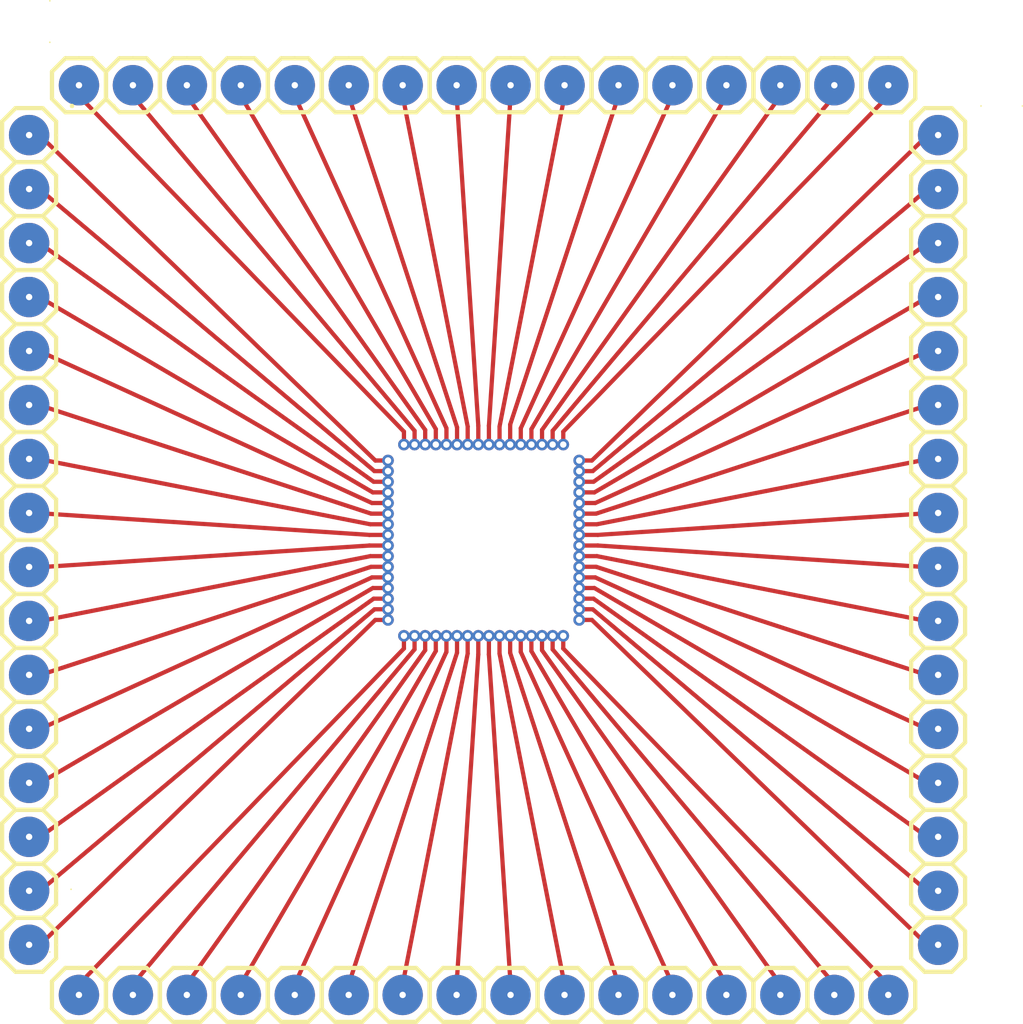
<source format=kicad_pcb>
(kicad_pcb (version 4) (host Gerbview "4.0.2+e4-6225~38~ubuntu14.04.1-stable")

  (layers 
    (0 F.Cu signal)
    (31 B.Cu signal)
    (32 B.Adhes user)
    (33 F.Adhes user)
    (34 B.Paste user)
    (35 F.Paste user)
    (36 B.SilkS user)
    (37 F.SilkS user)
    (38 B.Mask user)
    (39 F.Mask user)
    (40 Dwgs.User user)
    (41 Cmts.User user)
    (42 Eco1.User user)
    (43 Eco2.User user)
    (44 Edge.Cuts user)
    (45 Margin user)
    (46 B.CrtYd user)
    (47 F.CrtYd user)
    (48 B.Fab user)
    (49 F.Fab user)
  )

(gr_line (start 6.7 -52.66) (end 6.7 -52.66)(layer F.Fab) (width 0.8))
(gr_line (start 9.24 -52.66) (end 9.24 -52.66)(layer F.Fab) (width 0.8))
(gr_line (start 11.78 -52.66) (end 11.78 -52.66)(layer F.Fab) (width 0.8))
(gr_line (start 14.32 -52.66) (end 14.32 -52.66)(layer F.Fab) (width 0.8))
(gr_line (start 16.86 -52.66) (end 16.86 -52.66)(layer F.Fab) (width 0.8))
(gr_line (start 19.4 -52.66) (end 19.4 -52.66)(layer F.Fab) (width 0.8))
(gr_line (start 21.94 -52.66) (end 21.94 -52.66)(layer F.Fab) (width 0.8))
(gr_line (start 24.48 -52.66) (end 24.48 -52.66)(layer F.Fab) (width 0.8))
(gr_line (start 27.02 -52.66) (end 27.02 -52.66)(layer F.Fab) (width 0.8))
(gr_line (start 29.56 -52.66) (end 29.56 -52.66)(layer F.Fab) (width 0.8))
(gr_line (start 32.1 -52.66) (end 32.1 -52.66)(layer F.Fab) (width 0.8))
(gr_line (start 34.64 -52.66) (end 34.64 -52.66)(layer F.Fab) (width 0.8))
(gr_line (start 37.18 -52.66) (end 37.18 -52.66)(layer F.Fab) (width 0.8))
(gr_line (start 39.72 -52.66) (end 39.72 -52.66)(layer F.Fab) (width 0.8))
(gr_line (start 42.26 -52.66) (end 42.26 -52.66)(layer F.Fab) (width 0.8))
(gr_line (start 44.8 -52.66) (end 44.8 -52.66)(layer F.Fab) (width 0.8))
(gr_line (start 47.15 -55.02) (end 47.15 -55.02)(layer F.Fab) (width 0.8))
(gr_line (start 47.15 -57.56) (end 47.15 -57.56)(layer F.Fab) (width 0.8))
(gr_line (start 47.15 -60.1) (end 47.15 -60.1)(layer F.Fab) (width 0.8))
(gr_line (start 47.15 -62.64) (end 47.15 -62.64)(layer F.Fab) (width 0.8))
(gr_line (start 47.15 -65.18000000000001) (end 47.15 -65.18000000000001)(layer F.Fab) (width 0.8))
(gr_line (start 47.15 -67.72) (end 47.15 -67.72)(layer F.Fab) (width 0.8))
(gr_line (start 47.15 -70.26000000000001) (end 47.15 -70.26000000000001)(layer F.Fab) (width 0.8))
(gr_line (start 47.15 -72.8) (end 47.15 -72.8)(layer F.Fab) (width 0.8))
(gr_line (start 47.15 -75.34) (end 47.15 -75.34)(layer F.Fab) (width 0.8))
(gr_line (start 47.15 -77.88) (end 47.15 -77.88)(layer F.Fab) (width 0.8))
(gr_line (start 47.15 -80.42) (end 47.15 -80.42)(layer F.Fab) (width 0.8))
(gr_line (start 47.15 -82.95999999999999) (end 47.15 -82.95999999999999)(layer F.Fab) (width 0.8))
(gr_line (start 47.15 -85.5) (end 47.15 -85.5)(layer F.Fab) (width 0.8))
(gr_line (start 47.15 -88.04000000000001) (end 47.15 -88.04000000000001)(layer F.Fab) (width 0.8))
(gr_line (start 47.15 -90.58) (end 47.15 -90.58)(layer F.Fab) (width 0.8))
(gr_line (start 47.15 -93.12) (end 47.15 -93.12)(layer F.Fab) (width 0.8))
(gr_line (start 44.8 -95.47) (end 44.8 -95.47)(layer F.Fab) (width 0.8))
(gr_line (start 42.26 -95.47) (end 42.26 -95.47)(layer F.Fab) (width 0.8))
(gr_line (start 39.72 -95.47) (end 39.72 -95.47)(layer F.Fab) (width 0.8))
(gr_line (start 37.18 -95.47) (end 37.18 -95.47)(layer F.Fab) (width 0.8))
(gr_line (start 34.64 -95.47) (end 34.64 -95.47)(layer F.Fab) (width 0.8))
(gr_line (start 32.1 -95.47) (end 32.1 -95.47)(layer F.Fab) (width 0.8))
(gr_line (start 29.56 -95.47) (end 29.56 -95.47)(layer F.Fab) (width 0.8))
(gr_line (start 27.02 -95.47) (end 27.02 -95.47)(layer F.Fab) (width 0.8))
(gr_line (start 24.48 -95.47) (end 24.48 -95.47)(layer F.Fab) (width 0.8))
(gr_line (start 21.94 -95.47) (end 21.94 -95.47)(layer F.Fab) (width 0.8))
(gr_line (start 19.4 -95.47) (end 19.4 -95.47)(layer F.Fab) (width 0.8))
(gr_line (start 16.86 -95.47) (end 16.86 -95.47)(layer F.Fab) (width 0.8))
(gr_line (start 14.32 -95.47) (end 14.32 -95.47)(layer F.Fab) (width 0.8))
(gr_line (start 11.78 -95.47) (end 11.78 -95.47)(layer F.Fab) (width 0.8))
(gr_line (start 9.24 -95.47) (end 9.24 -95.47)(layer F.Fab) (width 0.8))
(gr_line (start 6.7 -95.47) (end 6.7 -95.47)(layer F.Fab) (width 0.8))
(gr_line (start 4.35 -93.12) (end 4.35 -93.12)(layer F.Fab) (width 0.8))
(gr_line (start 4.35 -90.58) (end 4.35 -90.58)(layer F.Fab) (width 0.8))
(gr_line (start 4.35 -88.04000000000001) (end 4.35 -88.04000000000001)(layer F.Fab) (width 0.8))
(gr_line (start 4.35 -85.5) (end 4.35 -85.5)(layer F.Fab) (width 0.8))
(gr_line (start 4.35 -82.95999999999999) (end 4.35 -82.95999999999999)(layer F.Fab) (width 0.8))
(gr_line (start 4.35 -80.42) (end 4.35 -80.42)(layer F.Fab) (width 0.8))
(gr_line (start 4.35 -77.88) (end 4.35 -77.88)(layer F.Fab) (width 0.8))
(gr_line (start 4.35 -75.34) (end 4.35 -75.34)(layer F.Fab) (width 0.8))
(gr_line (start 4.35 -72.8) (end 4.35 -72.8)(layer F.Fab) (width 0.8))
(gr_line (start 4.35 -70.26000000000001) (end 4.35 -70.26000000000001)(layer F.Fab) (width 0.8))
(gr_line (start 4.35 -67.72) (end 4.35 -67.72)(layer F.Fab) (width 0.8))
(gr_line (start 4.35 -65.18000000000001) (end 4.35 -65.18000000000001)(layer F.Fab) (width 0.8))
(gr_line (start 4.35 -62.64) (end 4.35 -62.64)(layer F.Fab) (width 0.8))
(gr_line (start 4.35 -60.1) (end 4.35 -60.1)(layer F.Fab) (width 0.8))
(gr_line (start 4.35 -57.56) (end 4.35 -57.56)(layer F.Fab) (width 0.8))
(gr_line (start 4.35 -55.02) (end 4.35 -55.02)(layer F.Fab) (width 0.8))
(gr_line (start 21.9988 -69.5598) (end 21.9988 -69.5598)(layer F.Paste) (width 0.3))
(gr_line (start 21.9988 -78.5598) (end 21.9988 -78.5598)(layer F.Paste) (width 0.3))
(gr_line (start 22.4988 -69.5598) (end 22.4988 -69.5598)(layer F.Paste) (width 0.3))
(gr_line (start 22.4988 -78.5598) (end 22.4988 -78.5598)(layer F.Paste) (width 0.3))
(gr_line (start 22.9988 -69.5598) (end 22.9988 -69.5598)(layer F.Paste) (width 0.3))
(gr_line (start 22.9988 -78.5598) (end 22.9988 -78.5598)(layer F.Paste) (width 0.3))
(gr_line (start 23.4988 -69.5598) (end 23.4988 -69.5598)(layer F.Paste) (width 0.3))
(gr_line (start 23.4988 -78.5598) (end 23.4988 -78.5598)(layer F.Paste) (width 0.3))
(gr_line (start 23.9988 -69.5598) (end 23.9988 -69.5598)(layer F.Paste) (width 0.3))
(gr_line (start 23.9988 -78.5598) (end 23.9988 -78.5598)(layer F.Paste) (width 0.3))
(gr_line (start 24.4988 -69.5598) (end 24.4988 -69.5598)(layer F.Paste) (width 0.3))
(gr_line (start 24.4988 -78.5598) (end 24.4988 -78.5598)(layer F.Paste) (width 0.3))
(gr_line (start 24.9988 -69.5598) (end 24.9988 -69.5598)(layer F.Paste) (width 0.3))
(gr_line (start 24.9988 -78.5598) (end 24.9988 -78.5598)(layer F.Paste) (width 0.3))
(gr_line (start 25.4988 -69.5598) (end 25.4988 -69.5598)(layer F.Paste) (width 0.3))
(gr_line (start 25.4988 -78.5598) (end 25.4988 -78.5598)(layer F.Paste) (width 0.3))
(gr_line (start 25.9988 -69.5598) (end 25.9988 -69.5598)(layer F.Paste) (width 0.3))
(gr_line (start 25.9988 -78.5598) (end 25.9988 -78.5598)(layer F.Paste) (width 0.3))
(gr_line (start 26.4988 -69.5598) (end 26.4988 -69.5598)(layer F.Paste) (width 0.3))
(gr_line (start 26.4988 -78.5598) (end 26.4988 -78.5598)(layer F.Paste) (width 0.3))
(gr_line (start 26.9988 -69.5598) (end 26.9988 -69.5598)(layer F.Paste) (width 0.3))
(gr_line (start 26.9988 -78.5598) (end 26.9988 -78.5598)(layer F.Paste) (width 0.3))
(gr_line (start 27.4988 -69.5598) (end 27.4988 -69.5598)(layer F.Paste) (width 0.3))
(gr_line (start 27.4988 -78.5598) (end 27.4988 -78.5598)(layer F.Paste) (width 0.3))
(gr_line (start 27.9988 -69.5598) (end 27.9988 -69.5598)(layer F.Paste) (width 0.3))
(gr_line (start 27.9988 -78.5598) (end 27.9988 -78.5598)(layer F.Paste) (width 0.3))
(gr_line (start 28.4988 -69.5598) (end 28.4988 -69.5598)(layer F.Paste) (width 0.3))
(gr_line (start 28.4988 -78.5598) (end 28.4988 -78.5598)(layer F.Paste) (width 0.3))
(gr_line (start 28.9988 -69.5598) (end 28.9988 -69.5598)(layer F.Paste) (width 0.3))
(gr_line (start 28.9988 -78.5598) (end 28.9988 -78.5598)(layer F.Paste) (width 0.3))
(gr_line (start 29.4988 -69.5598) (end 29.4988 -69.5598)(layer F.Paste) (width 0.3))
(gr_line (start 29.4988 -78.5598) (end 29.4988 -78.5598)(layer F.Paste) (width 0.3))
(gr_line (start 21.2488 -70.3098) (end 21.2488 -70.3098)(layer F.Paste) (width 0.8))
(gr_line (start 30.2488 -70.3098) (end 30.2488 -70.3098)(layer F.Paste) (width 0.8))
(gr_line (start 21.2488 -70.8098) (end 21.2488 -70.8098)(layer F.Paste) (width 0.8))
(gr_line (start 30.2488 -70.8098) (end 30.2488 -70.8098)(layer F.Paste) (width 0.8))
(gr_line (start 21.2488 -71.3098) (end 21.2488 -71.3098)(layer F.Paste) (width 0.8))
(gr_line (start 30.2488 -71.3098) (end 30.2488 -71.3098)(layer F.Paste) (width 0.8))
(gr_line (start 21.2488 -71.8098) (end 21.2488 -71.8098)(layer F.Paste) (width 0.8))
(gr_line (start 30.2488 -71.8098) (end 30.2488 -71.8098)(layer F.Paste) (width 0.8))
(gr_line (start 21.2488 -72.3098) (end 21.2488 -72.3098)(layer F.Paste) (width 0.8))
(gr_line (start 30.2488 -72.3098) (end 30.2488 -72.3098)(layer F.Paste) (width 0.8))
(gr_line (start 21.2488 -72.8098) (end 21.2488 -72.8098)(layer F.Paste) (width 0.8))
(gr_line (start 30.2488 -72.8098) (end 30.2488 -72.8098)(layer F.Paste) (width 0.8))
(gr_line (start 21.2488 -73.3098) (end 21.2488 -73.3098)(layer F.Paste) (width 0.8))
(gr_line (start 30.2488 -73.3098) (end 30.2488 -73.3098)(layer F.Paste) (width 0.8))
(gr_line (start 21.2488 -73.8098) (end 21.2488 -73.8098)(layer F.Paste) (width 0.8))
(gr_line (start 30.2488 -73.8098) (end 30.2488 -73.8098)(layer F.Paste) (width 0.8))
(gr_line (start 21.2488 -74.3098) (end 21.2488 -74.3098)(layer F.Paste) (width 0.8))
(gr_line (start 30.2488 -74.3098) (end 30.2488 -74.3098)(layer F.Paste) (width 0.8))
(gr_line (start 21.2488 -74.8098) (end 21.2488 -74.8098)(layer F.Paste) (width 0.8))
(gr_line (start 30.2488 -74.8098) (end 30.2488 -74.8098)(layer F.Paste) (width 0.8))
(gr_line (start 21.2488 -75.3098) (end 21.2488 -75.3098)(layer F.Paste) (width 0.8))
(gr_line (start 30.2488 -75.3098) (end 30.2488 -75.3098)(layer F.Paste) (width 0.8))
(gr_line (start 21.2488 -75.8098) (end 21.2488 -75.8098)(layer F.Paste) (width 0.8))
(gr_line (start 30.2488 -75.8098) (end 30.2488 -75.8098)(layer F.Paste) (width 0.8))
(gr_line (start 21.2488 -76.3098) (end 21.2488 -76.3098)(layer F.Paste) (width 0.8))
(gr_line (start 30.2488 -76.3098) (end 30.2488 -76.3098)(layer F.Paste) (width 0.8))
(gr_line (start 21.2488 -76.8098) (end 21.2488 -76.8098)(layer F.Paste) (width 0.8))
(gr_line (start 30.2488 -76.8098) (end 30.2488 -76.8098)(layer F.Paste) (width 0.8))
(gr_line (start 21.2488 -77.3098) (end 21.2488 -77.3098)(layer F.Paste) (width 0.8))
(gr_line (start 30.2488 -77.3098) (end 30.2488 -77.3098)(layer F.Paste) (width 0.8))
(gr_line (start 21.2488 -77.8098) (end 21.2488 -77.8098)(layer F.Paste) (width 0.8))
(gr_line (start 30.2488 -77.8098) (end 30.2488 -77.8098)(layer F.Paste) (width 0.8))
(gr_line (start 6.7001 -95.4675) (end 6.7001 -95.4675)(layer F.Mask) (width 2.5))
(gr_line (start 9.2401 -95.4675) (end 9.2401 -95.4675)(layer F.Mask) (width 2.5))
(gr_line (start 11.7801 -95.4675) (end 11.7801 -95.4675)(layer F.Mask) (width 2.5))
(gr_line (start 14.3201 -95.4675) (end 14.3201 -95.4675)(layer F.Mask) (width 2.5))
(gr_line (start 16.8601 -95.4675) (end 16.8601 -95.4675)(layer F.Mask) (width 2.5))
(gr_line (start 19.4001 -95.4675) (end 19.4001 -95.4675)(layer F.Mask) (width 2.5))
(gr_line (start 21.9401 -95.4675) (end 21.9401 -95.4675)(layer F.Mask) (width 2.5))
(gr_line (start 24.4801 -95.4675) (end 24.4801 -95.4675)(layer F.Mask) (width 2.5))
(gr_line (start 27.0201 -95.4675) (end 27.0201 -95.4675)(layer F.Mask) (width 2.5))
(gr_line (start 29.5601 -95.4675) (end 29.5601 -95.4675)(layer F.Mask) (width 2.5))
(gr_line (start 32.1001 -95.4675) (end 32.1001 -95.4675)(layer F.Mask) (width 2.5))
(gr_line (start 34.6401 -95.4675) (end 34.6401 -95.4675)(layer F.Mask) (width 2.5))
(gr_line (start 37.1801 -95.4675) (end 37.1801 -95.4675)(layer F.Mask) (width 2.5))
(gr_line (start 39.7201 -95.4675) (end 39.7201 -95.4675)(layer F.Mask) (width 2.5))
(gr_line (start 42.2601 -95.4675) (end 42.2601 -95.4675)(layer F.Mask) (width 2.5))
(gr_line (start 44.8 -95.4675) (end 44.8 -95.4675)(layer F.Mask) (width 2.5))
(gr_line (start 6.6986 -52.6632) (end 6.6986 -52.6632)(layer F.Mask) (width 2.5))
(gr_line (start 9.2386 -52.6632) (end 9.2386 -52.6632)(layer F.Mask) (width 2.5))
(gr_line (start 11.7786 -52.6632) (end 11.7786 -52.6632)(layer F.Mask) (width 2.5))
(gr_line (start 14.3186 -52.6632) (end 14.3186 -52.6632)(layer F.Mask) (width 2.5))
(gr_line (start 16.8586 -52.6632) (end 16.8586 -52.6632)(layer F.Mask) (width 2.5))
(gr_line (start 19.3986 -52.6632) (end 19.3986 -52.6632)(layer F.Mask) (width 2.5))
(gr_line (start 21.9386 -52.6632) (end 21.9386 -52.6632)(layer F.Mask) (width 2.5))
(gr_line (start 24.4786 -52.6632) (end 24.4786 -52.6632)(layer F.Mask) (width 2.5))
(gr_line (start 27.0186 -52.6632) (end 27.0186 -52.6632)(layer F.Mask) (width 2.5))
(gr_line (start 29.5586 -52.6632) (end 29.5586 -52.6632)(layer F.Mask) (width 2.5))
(gr_line (start 32.0986 -52.6632) (end 32.0986 -52.6632)(layer F.Mask) (width 2.5))
(gr_line (start 34.6386 -52.6632) (end 34.6386 -52.6632)(layer F.Mask) (width 2.5))
(gr_line (start 37.1786 -52.6632) (end 37.1786 -52.6632)(layer F.Mask) (width 2.5))
(gr_line (start 39.7186 -52.6632) (end 39.7186 -52.6632)(layer F.Mask) (width 2.5))
(gr_line (start 42.2586 -52.6632) (end 42.2586 -52.6632)(layer F.Mask) (width 2.5))
(gr_line (start 44.7986 -52.6632) (end 44.7986 -52.6632)(layer F.Mask) (width 2.5))
(gr_line (start 4.3533 -93.1216) (end 4.3533 -93.1216)(layer F.Mask) (width 2.5))
(gr_line (start 4.3533 -90.58159999999999) (end 4.3533 -90.58159999999999)(layer F.Mask) (width 2.5))
(gr_line (start 4.3533 -88.0416) (end 4.3533 -88.0416)(layer F.Mask) (width 2.5))
(gr_line (start 4.3533 -85.5016) (end 4.3533 -85.5016)(layer F.Mask) (width 2.5))
(gr_line (start 4.3533 -82.9616) (end 4.3533 -82.9616)(layer F.Mask) (width 2.5))
(gr_line (start 4.3533 -80.4216) (end 4.3533 -80.4216)(layer F.Mask) (width 2.5))
(gr_line (start 4.3533 -77.88160000000001) (end 4.3533 -77.88160000000001)(layer F.Mask) (width 2.5))
(gr_line (start 4.3533 -75.3416) (end 4.3533 -75.3416)(layer F.Mask) (width 2.5))
(gr_line (start 4.3533 -72.80159999999999) (end 4.3533 -72.80159999999999)(layer F.Mask) (width 2.5))
(gr_line (start 4.3533 -70.2616) (end 4.3533 -70.2616)(layer F.Mask) (width 2.5))
(gr_line (start 4.3533 -67.7216) (end 4.3533 -67.7216)(layer F.Mask) (width 2.5))
(gr_line (start 4.3533 -65.1816) (end 4.3533 -65.1816)(layer F.Mask) (width 2.5))
(gr_line (start 4.3533 -62.6416) (end 4.3533 -62.6416)(layer F.Mask) (width 2.5))
(gr_line (start 4.3533 -60.1016) (end 4.3533 -60.1016)(layer F.Mask) (width 2.5))
(gr_line (start 4.3533 -57.5616) (end 4.3533 -57.5616)(layer F.Mask) (width 2.5))
(gr_line (start 4.3533 -55.0216) (end 4.3533 -55.0216)(layer F.Mask) (width 2.5))
(gr_line (start 47.1464 -93.1211) (end 47.1464 -93.1211)(layer F.Mask) (width 2.5))
(gr_line (start 47.1464 -90.58110000000001) (end 47.1464 -90.58110000000001)(layer F.Mask) (width 2.5))
(gr_line (start 47.1464 -88.0411) (end 47.1464 -88.0411)(layer F.Mask) (width 2.5))
(gr_line (start 47.1464 -85.50109999999999) (end 47.1464 -85.50109999999999)(layer F.Mask) (width 2.5))
(gr_line (start 47.1464 -82.9611) (end 47.1464 -82.9611)(layer F.Mask) (width 2.5))
(gr_line (start 47.1464 -80.4211) (end 47.1464 -80.4211)(layer F.Mask) (width 2.5))
(gr_line (start 47.1464 -77.8811) (end 47.1464 -77.8811)(layer F.Mask) (width 2.5))
(gr_line (start 47.1464 -75.3411) (end 47.1464 -75.3411)(layer F.Mask) (width 2.5))
(gr_line (start 47.1464 -72.80110000000001) (end 47.1464 -72.80110000000001)(layer F.Mask) (width 2.5))
(gr_line (start 47.1464 -70.2611) (end 47.1464 -70.2611)(layer F.Mask) (width 2.5))
(gr_line (start 47.1464 -67.72110000000001) (end 47.1464 -67.72110000000001)(layer F.Mask) (width 2.5))
(gr_line (start 47.1464 -65.1811) (end 47.1464 -65.1811)(layer F.Mask) (width 2.5))
(gr_line (start 47.1464 -62.6411) (end 47.1464 -62.6411)(layer F.Mask) (width 2.5))
(gr_line (start 47.1464 -60.1011) (end 47.1464 -60.1011)(layer F.Mask) (width 2.5))
(gr_line (start 47.1464 -57.5611) (end 47.1464 -57.5611)(layer F.Mask) (width 2.5))
(gr_line (start 47.1464 -55.0211) (end 47.1464 -55.0211)(layer F.Mask) (width 2.5))
(gr_line (start 21.9988 -69.5598) (end 21.9988 -69.5598)(layer F.Mask) (width 0.5))
(gr_line (start 21.9988 -78.5598) (end 21.9988 -78.5598)(layer F.Mask) (width 0.5))
(gr_line (start 22.4988 -69.5598) (end 22.4988 -69.5598)(layer F.Mask) (width 0.5))
(gr_line (start 22.4988 -78.5598) (end 22.4988 -78.5598)(layer F.Mask) (width 0.5))
(gr_line (start 22.9988 -69.5598) (end 22.9988 -69.5598)(layer F.Mask) (width 0.5))
(gr_line (start 22.9988 -78.5598) (end 22.9988 -78.5598)(layer F.Mask) (width 0.5))
(gr_line (start 23.4988 -69.5598) (end 23.4988 -69.5598)(layer F.Mask) (width 0.5))
(gr_line (start 23.4988 -78.5598) (end 23.4988 -78.5598)(layer F.Mask) (width 0.5))
(gr_line (start 23.9988 -69.5598) (end 23.9988 -69.5598)(layer F.Mask) (width 0.5))
(gr_line (start 23.9988 -78.5598) (end 23.9988 -78.5598)(layer F.Mask) (width 0.5))
(gr_line (start 24.4988 -69.5598) (end 24.4988 -69.5598)(layer F.Mask) (width 0.5))
(gr_line (start 24.4988 -78.5598) (end 24.4988 -78.5598)(layer F.Mask) (width 0.5))
(gr_line (start 24.9988 -69.5598) (end 24.9988 -69.5598)(layer F.Mask) (width 0.5))
(gr_line (start 24.9988 -78.5598) (end 24.9988 -78.5598)(layer F.Mask) (width 0.5))
(gr_line (start 25.4988 -69.5598) (end 25.4988 -69.5598)(layer F.Mask) (width 0.5))
(gr_line (start 25.4988 -78.5598) (end 25.4988 -78.5598)(layer F.Mask) (width 0.5))
(gr_line (start 25.9988 -69.5598) (end 25.9988 -69.5598)(layer F.Mask) (width 0.5))
(gr_line (start 25.9988 -78.5598) (end 25.9988 -78.5598)(layer F.Mask) (width 0.5))
(gr_line (start 26.4988 -69.5598) (end 26.4988 -69.5598)(layer F.Mask) (width 0.5))
(gr_line (start 26.4988 -78.5598) (end 26.4988 -78.5598)(layer F.Mask) (width 0.5))
(gr_line (start 26.9988 -69.5598) (end 26.9988 -69.5598)(layer F.Mask) (width 0.5))
(gr_line (start 26.9988 -78.5598) (end 26.9988 -78.5598)(layer F.Mask) (width 0.5))
(gr_line (start 27.4988 -69.5598) (end 27.4988 -69.5598)(layer F.Mask) (width 0.5))
(gr_line (start 27.4988 -78.5598) (end 27.4988 -78.5598)(layer F.Mask) (width 0.5))
(gr_line (start 27.9988 -69.5598) (end 27.9988 -69.5598)(layer F.Mask) (width 0.5))
(gr_line (start 27.9988 -78.5598) (end 27.9988 -78.5598)(layer F.Mask) (width 0.5))
(gr_line (start 28.4988 -69.5598) (end 28.4988 -69.5598)(layer F.Mask) (width 0.5))
(gr_line (start 28.4988 -78.5598) (end 28.4988 -78.5598)(layer F.Mask) (width 0.5))
(gr_line (start 28.9988 -69.5598) (end 28.9988 -69.5598)(layer F.Mask) (width 0.5))
(gr_line (start 28.9988 -78.5598) (end 28.9988 -78.5598)(layer F.Mask) (width 0.5))
(gr_line (start 29.4988 -69.5598) (end 29.4988 -69.5598)(layer F.Mask) (width 0.5))
(gr_line (start 29.4988 -78.5598) (end 29.4988 -78.5598)(layer F.Mask) (width 0.5))
(gr_line (start 21.2488 -70.3098) (end 21.2488 -70.3098)(layer F.Mask) (width 1))
(gr_line (start 30.2488 -70.3098) (end 30.2488 -70.3098)(layer F.Mask) (width 1))
(gr_line (start 21.2488 -70.8098) (end 21.2488 -70.8098)(layer F.Mask) (width 1))
(gr_line (start 30.2488 -70.8098) (end 30.2488 -70.8098)(layer F.Mask) (width 1))
(gr_line (start 21.2488 -71.3098) (end 21.2488 -71.3098)(layer F.Mask) (width 1))
(gr_line (start 30.2488 -71.3098) (end 30.2488 -71.3098)(layer F.Mask) (width 1))
(gr_line (start 21.2488 -71.8098) (end 21.2488 -71.8098)(layer F.Mask) (width 1))
(gr_line (start 30.2488 -71.8098) (end 30.2488 -71.8098)(layer F.Mask) (width 1))
(gr_line (start 21.2488 -72.3098) (end 21.2488 -72.3098)(layer F.Mask) (width 1))
(gr_line (start 30.2488 -72.3098) (end 30.2488 -72.3098)(layer F.Mask) (width 1))
(gr_line (start 21.2488 -72.8098) (end 21.2488 -72.8098)(layer F.Mask) (width 1))
(gr_line (start 30.2488 -72.8098) (end 30.2488 -72.8098)(layer F.Mask) (width 1))
(gr_line (start 21.2488 -73.3098) (end 21.2488 -73.3098)(layer F.Mask) (width 1))
(gr_line (start 30.2488 -73.3098) (end 30.2488 -73.3098)(layer F.Mask) (width 1))
(gr_line (start 21.2488 -73.8098) (end 21.2488 -73.8098)(layer F.Mask) (width 1))
(gr_line (start 30.2488 -73.8098) (end 30.2488 -73.8098)(layer F.Mask) (width 1))
(gr_line (start 21.2488 -74.3098) (end 21.2488 -74.3098)(layer F.Mask) (width 1))
(gr_line (start 30.2488 -74.3098) (end 30.2488 -74.3098)(layer F.Mask) (width 1))
(gr_line (start 21.2488 -74.8098) (end 21.2488 -74.8098)(layer F.Mask) (width 1))
(gr_line (start 30.2488 -74.8098) (end 30.2488 -74.8098)(layer F.Mask) (width 1))
(gr_line (start 21.2488 -75.3098) (end 21.2488 -75.3098)(layer F.Mask) (width 1))
(gr_line (start 30.2488 -75.3098) (end 30.2488 -75.3098)(layer F.Mask) (width 1))
(gr_line (start 21.2488 -75.8098) (end 21.2488 -75.8098)(layer F.Mask) (width 1))
(gr_line (start 30.2488 -75.8098) (end 30.2488 -75.8098)(layer F.Mask) (width 1))
(gr_line (start 21.2488 -76.3098) (end 21.2488 -76.3098)(layer F.Mask) (width 1))
(gr_line (start 30.2488 -76.3098) (end 30.2488 -76.3098)(layer F.Mask) (width 1))
(gr_line (start 21.2488 -76.8098) (end 21.2488 -76.8098)(layer F.Mask) (width 1))
(gr_line (start 30.2488 -76.8098) (end 30.2488 -76.8098)(layer F.Mask) (width 1))
(gr_line (start 21.2488 -77.3098) (end 21.2488 -77.3098)(layer F.Mask) (width 1))
(gr_line (start 30.2488 -77.3098) (end 30.2488 -77.3098)(layer F.Mask) (width 1))
(gr_line (start 21.2488 -77.8098) (end 21.2488 -77.8098)(layer F.Mask) (width 1))
(gr_line (start 30.2488 -77.8098) (end 30.2488 -77.8098)(layer F.Mask) (width 1))
(gr_line (start 6.7001 -96.7375) (end 6.0601 -96.7375)(layer F.SilkS) (width 0.2))
(gr_line (start 6.0601 -96.7375) (end 5.4301 -96.1075)(layer F.SilkS) (width 0.2))
(gr_line (start 5.4301 -96.1075) (end 5.4301 -94.8275)(layer F.SilkS) (width 0.2))
(gr_line (start 5.4301 -94.8275) (end 6.0601 -94.19750000000001)(layer F.SilkS) (width 0.2))
(gr_line (start 6.0601 -94.19750000000001) (end 7.3401 -94.19750000000001)(layer F.SilkS) (width 0.2))
(gr_line (start 7.3401 -94.19750000000001) (end 7.9701 -94.8275)(layer F.SilkS) (width 0.2))
(gr_line (start 7.9701 -94.8275) (end 7.9701 -96.1075)(layer F.SilkS) (width 0.2))
(gr_line (start 7.9701 -96.1075) (end 7.3401 -96.7375)(layer F.SilkS) (width 0.2))
(gr_line (start 7.3401 -96.7375) (end 6.7001 -96.7375)(layer F.SilkS) (width 0.2))
(gr_line (start 9.2401 -96.7375) (end 8.600099999999999 -96.7375)(layer F.SilkS) (width 0.2))
(gr_line (start 8.600099999999999 -96.7375) (end 7.9701 -96.1075)(layer F.SilkS) (width 0.2))
(gr_line (start 7.9701 -96.1075) (end 7.9701 -94.8275)(layer F.SilkS) (width 0.2))
(gr_line (start 7.9701 -94.8275) (end 8.600099999999999 -94.19750000000001)(layer F.SilkS) (width 0.2))
(gr_line (start 8.600099999999999 -94.19750000000001) (end 9.880100000000001 -94.19750000000001)(layer F.SilkS) (width 0.2))
(gr_line (start 9.880100000000001 -94.19750000000001) (end 10.5101 -94.8275)(layer F.SilkS) (width 0.2))
(gr_line (start 10.5101 -94.8275) (end 10.5101 -96.1075)(layer F.SilkS) (width 0.2))
(gr_line (start 10.5101 -96.1075) (end 9.880100000000001 -96.7375)(layer F.SilkS) (width 0.2))
(gr_line (start 9.880100000000001 -96.7375) (end 9.2401 -96.7375)(layer F.SilkS) (width 0.2))
(gr_line (start 11.7801 -96.7375) (end 11.1401 -96.7375)(layer F.SilkS) (width 0.2))
(gr_line (start 11.1401 -96.7375) (end 10.5101 -96.1075)(layer F.SilkS) (width 0.2))
(gr_line (start 10.5101 -96.1075) (end 10.5101 -94.8275)(layer F.SilkS) (width 0.2))
(gr_line (start 10.5101 -94.8275) (end 11.1401 -94.19750000000001)(layer F.SilkS) (width 0.2))
(gr_line (start 11.1401 -94.19750000000001) (end 12.4201 -94.19750000000001)(layer F.SilkS) (width 0.2))
(gr_line (start 12.4201 -94.19750000000001) (end 13.0501 -94.8275)(layer F.SilkS) (width 0.2))
(gr_line (start 13.0501 -94.8275) (end 13.0501 -96.1075)(layer F.SilkS) (width 0.2))
(gr_line (start 13.0501 -96.1075) (end 12.4201 -96.7375)(layer F.SilkS) (width 0.2))
(gr_line (start 12.4201 -96.7375) (end 11.7801 -96.7375)(layer F.SilkS) (width 0.2))
(gr_line (start 14.3201 -96.7375) (end 13.6801 -96.7375)(layer F.SilkS) (width 0.2))
(gr_line (start 13.6801 -96.7375) (end 13.0501 -96.1075)(layer F.SilkS) (width 0.2))
(gr_line (start 13.0501 -96.1075) (end 13.0501 -94.8275)(layer F.SilkS) (width 0.2))
(gr_line (start 13.0501 -94.8275) (end 13.6801 -94.19750000000001)(layer F.SilkS) (width 0.2))
(gr_line (start 13.6801 -94.19750000000001) (end 14.9601 -94.19750000000001)(layer F.SilkS) (width 0.2))
(gr_line (start 14.9601 -94.19750000000001) (end 15.5901 -94.8275)(layer F.SilkS) (width 0.2))
(gr_line (start 15.5901 -94.8275) (end 15.5901 -96.1075)(layer F.SilkS) (width 0.2))
(gr_line (start 15.5901 -96.1075) (end 14.9601 -96.7375)(layer F.SilkS) (width 0.2))
(gr_line (start 14.9601 -96.7375) (end 14.3201 -96.7375)(layer F.SilkS) (width 0.2))
(gr_line (start 16.8601 -96.7375) (end 16.2201 -96.7375)(layer F.SilkS) (width 0.2))
(gr_line (start 16.2201 -96.7375) (end 15.5901 -96.1075)(layer F.SilkS) (width 0.2))
(gr_line (start 15.5901 -96.1075) (end 15.5901 -94.8275)(layer F.SilkS) (width 0.2))
(gr_line (start 15.5901 -94.8275) (end 16.2201 -94.19750000000001)(layer F.SilkS) (width 0.2))
(gr_line (start 16.2201 -94.19750000000001) (end 17.5001 -94.19750000000001)(layer F.SilkS) (width 0.2))
(gr_line (start 17.5001 -94.19750000000001) (end 18.1301 -94.8275)(layer F.SilkS) (width 0.2))
(gr_line (start 18.1301 -94.8275) (end 18.1301 -96.1075)(layer F.SilkS) (width 0.2))
(gr_line (start 18.1301 -96.1075) (end 17.5001 -96.7375)(layer F.SilkS) (width 0.2))
(gr_line (start 17.5001 -96.7375) (end 16.8601 -96.7375)(layer F.SilkS) (width 0.2))
(gr_line (start 19.4001 -96.7375) (end 18.7601 -96.7375)(layer F.SilkS) (width 0.2))
(gr_line (start 18.7601 -96.7375) (end 18.1301 -96.1075)(layer F.SilkS) (width 0.2))
(gr_line (start 18.1301 -96.1075) (end 18.1301 -94.8275)(layer F.SilkS) (width 0.2))
(gr_line (start 18.1301 -94.8275) (end 18.7601 -94.19750000000001)(layer F.SilkS) (width 0.2))
(gr_line (start 18.7601 -94.19750000000001) (end 20.0401 -94.19750000000001)(layer F.SilkS) (width 0.2))
(gr_line (start 20.0401 -94.19750000000001) (end 20.6701 -94.8275)(layer F.SilkS) (width 0.2))
(gr_line (start 20.6701 -94.8275) (end 20.6701 -96.1075)(layer F.SilkS) (width 0.2))
(gr_line (start 20.6701 -96.1075) (end 20.0401 -96.7375)(layer F.SilkS) (width 0.2))
(gr_line (start 20.0401 -96.7375) (end 19.4001 -96.7375)(layer F.SilkS) (width 0.2))
(gr_line (start 21.9401 -96.7375) (end 21.3001 -96.7375)(layer F.SilkS) (width 0.2))
(gr_line (start 21.3001 -96.7375) (end 20.6701 -96.1075)(layer F.SilkS) (width 0.2))
(gr_line (start 20.6701 -96.1075) (end 20.6701 -94.8275)(layer F.SilkS) (width 0.2))
(gr_line (start 20.6701 -94.8275) (end 21.3001 -94.19750000000001)(layer F.SilkS) (width 0.2))
(gr_line (start 21.3001 -94.19750000000001) (end 22.5801 -94.19750000000001)(layer F.SilkS) (width 0.2))
(gr_line (start 22.5801 -94.19750000000001) (end 23.2101 -94.8275)(layer F.SilkS) (width 0.2))
(gr_line (start 23.2101 -94.8275) (end 23.2101 -96.1075)(layer F.SilkS) (width 0.2))
(gr_line (start 23.2101 -96.1075) (end 22.5801 -96.7375)(layer F.SilkS) (width 0.2))
(gr_line (start 22.5801 -96.7375) (end 21.9401 -96.7375)(layer F.SilkS) (width 0.2))
(gr_line (start 24.4801 -96.7375) (end 23.8401 -96.7375)(layer F.SilkS) (width 0.2))
(gr_line (start 23.8401 -96.7375) (end 23.2101 -96.1075)(layer F.SilkS) (width 0.2))
(gr_line (start 23.2101 -96.1075) (end 23.2101 -94.8275)(layer F.SilkS) (width 0.2))
(gr_line (start 23.2101 -94.8275) (end 23.8401 -94.19750000000001)(layer F.SilkS) (width 0.2))
(gr_line (start 23.8401 -94.19750000000001) (end 25.1201 -94.19750000000001)(layer F.SilkS) (width 0.2))
(gr_line (start 25.1201 -94.19750000000001) (end 25.7501 -94.8275)(layer F.SilkS) (width 0.2))
(gr_line (start 25.7501 -94.8275) (end 25.7501 -96.1075)(layer F.SilkS) (width 0.2))
(gr_line (start 25.7501 -96.1075) (end 25.1201 -96.7375)(layer F.SilkS) (width 0.2))
(gr_line (start 25.1201 -96.7375) (end 24.4801 -96.7375)(layer F.SilkS) (width 0.2))
(gr_line (start 27.0201 -96.7375) (end 26.3801 -96.7375)(layer F.SilkS) (width 0.2))
(gr_line (start 26.3801 -96.7375) (end 25.7501 -96.1075)(layer F.SilkS) (width 0.2))
(gr_line (start 25.7501 -96.1075) (end 25.7501 -94.8275)(layer F.SilkS) (width 0.2))
(gr_line (start 25.7501 -94.8275) (end 26.3801 -94.19750000000001)(layer F.SilkS) (width 0.2))
(gr_line (start 26.3801 -94.19750000000001) (end 27.6601 -94.19750000000001)(layer F.SilkS) (width 0.2))
(gr_line (start 27.6601 -94.19750000000001) (end 28.2901 -94.8275)(layer F.SilkS) (width 0.2))
(gr_line (start 28.2901 -94.8275) (end 28.2901 -96.1075)(layer F.SilkS) (width 0.2))
(gr_line (start 28.2901 -96.1075) (end 27.6601 -96.7375)(layer F.SilkS) (width 0.2))
(gr_line (start 27.6601 -96.7375) (end 27.0201 -96.7375)(layer F.SilkS) (width 0.2))
(gr_line (start 29.5601 -96.7375) (end 28.9201 -96.7375)(layer F.SilkS) (width 0.2))
(gr_line (start 28.9201 -96.7375) (end 28.2901 -96.1075)(layer F.SilkS) (width 0.2))
(gr_line (start 28.2901 -96.1075) (end 28.2901 -94.8275)(layer F.SilkS) (width 0.2))
(gr_line (start 28.2901 -94.8275) (end 28.9201 -94.19750000000001)(layer F.SilkS) (width 0.2))
(gr_line (start 28.9201 -94.19750000000001) (end 30.2001 -94.19750000000001)(layer F.SilkS) (width 0.2))
(gr_line (start 30.2001 -94.19750000000001) (end 30.8301 -94.8275)(layer F.SilkS) (width 0.2))
(gr_line (start 30.8301 -94.8275) (end 30.8301 -96.1075)(layer F.SilkS) (width 0.2))
(gr_line (start 30.8301 -96.1075) (end 30.2001 -96.7375)(layer F.SilkS) (width 0.2))
(gr_line (start 30.2001 -96.7375) (end 29.5601 -96.7375)(layer F.SilkS) (width 0.2))
(gr_line (start 32.1001 -96.7375) (end 31.4601 -96.7375)(layer F.SilkS) (width 0.2))
(gr_line (start 31.4601 -96.7375) (end 30.8301 -96.1075)(layer F.SilkS) (width 0.2))
(gr_line (start 30.8301 -96.1075) (end 30.8301 -94.8275)(layer F.SilkS) (width 0.2))
(gr_line (start 30.8301 -94.8275) (end 31.4601 -94.19750000000001)(layer F.SilkS) (width 0.2))
(gr_line (start 31.4601 -94.19750000000001) (end 32.7401 -94.19750000000001)(layer F.SilkS) (width 0.2))
(gr_line (start 32.7401 -94.19750000000001) (end 33.3701 -94.8275)(layer F.SilkS) (width 0.2))
(gr_line (start 33.3701 -94.8275) (end 33.3701 -96.1075)(layer F.SilkS) (width 0.2))
(gr_line (start 33.3701 -96.1075) (end 32.7401 -96.7375)(layer F.SilkS) (width 0.2))
(gr_line (start 32.7401 -96.7375) (end 32.1001 -96.7375)(layer F.SilkS) (width 0.2))
(gr_line (start 34.6401 -96.7375) (end 34.0001 -96.7375)(layer F.SilkS) (width 0.2))
(gr_line (start 34.0001 -96.7375) (end 33.3701 -96.1075)(layer F.SilkS) (width 0.2))
(gr_line (start 33.3701 -96.1075) (end 33.3701 -94.8275)(layer F.SilkS) (width 0.2))
(gr_line (start 33.3701 -94.8275) (end 34.0001 -94.19750000000001)(layer F.SilkS) (width 0.2))
(gr_line (start 34.0001 -94.19750000000001) (end 35.2801 -94.19750000000001)(layer F.SilkS) (width 0.2))
(gr_line (start 35.2801 -94.19750000000001) (end 35.9101 -94.8275)(layer F.SilkS) (width 0.2))
(gr_line (start 35.9101 -94.8275) (end 35.9101 -96.1075)(layer F.SilkS) (width 0.2))
(gr_line (start 35.9101 -96.1075) (end 35.2801 -96.7375)(layer F.SilkS) (width 0.2))
(gr_line (start 35.2801 -96.7375) (end 34.6401 -96.7375)(layer F.SilkS) (width 0.2))
(gr_line (start 37.1801 -96.7375) (end 36.5401 -96.7375)(layer F.SilkS) (width 0.2))
(gr_line (start 36.5401 -96.7375) (end 35.9101 -96.1075)(layer F.SilkS) (width 0.2))
(gr_line (start 35.9101 -96.1075) (end 35.9101 -94.8275)(layer F.SilkS) (width 0.2))
(gr_line (start 35.9101 -94.8275) (end 36.5401 -94.19750000000001)(layer F.SilkS) (width 0.2))
(gr_line (start 36.5401 -94.19750000000001) (end 37.8201 -94.19750000000001)(layer F.SilkS) (width 0.2))
(gr_line (start 37.8201 -94.19750000000001) (end 38.4501 -94.8275)(layer F.SilkS) (width 0.2))
(gr_line (start 38.4501 -94.8275) (end 38.4501 -96.1075)(layer F.SilkS) (width 0.2))
(gr_line (start 38.4501 -96.1075) (end 37.8201 -96.7375)(layer F.SilkS) (width 0.2))
(gr_line (start 37.8201 -96.7375) (end 37.1801 -96.7375)(layer F.SilkS) (width 0.2))
(gr_line (start 39.7201 -96.7375) (end 39.0801 -96.7375)(layer F.SilkS) (width 0.2))
(gr_line (start 39.0801 -96.7375) (end 38.4501 -96.1075)(layer F.SilkS) (width 0.2))
(gr_line (start 38.4501 -96.1075) (end 38.4501 -94.8275)(layer F.SilkS) (width 0.2))
(gr_line (start 38.4501 -94.8275) (end 39.0801 -94.19750000000001)(layer F.SilkS) (width 0.2))
(gr_line (start 39.0801 -94.19750000000001) (end 40.3601 -94.19750000000001)(layer F.SilkS) (width 0.2))
(gr_line (start 40.3601 -94.19750000000001) (end 40.9901 -94.8275)(layer F.SilkS) (width 0.2))
(gr_line (start 40.9901 -94.8275) (end 40.9901 -96.1075)(layer F.SilkS) (width 0.2))
(gr_line (start 40.9901 -96.1075) (end 40.3601 -96.7375)(layer F.SilkS) (width 0.2))
(gr_line (start 40.3601 -96.7375) (end 39.7201 -96.7375)(layer F.SilkS) (width 0.2))
(gr_line (start 42.2601 -96.7375) (end 41.6201 -96.7375)(layer F.SilkS) (width 0.2))
(gr_line (start 41.6201 -96.7375) (end 40.9901 -96.1075)(layer F.SilkS) (width 0.2))
(gr_line (start 40.9901 -96.1075) (end 40.9901 -94.8275)(layer F.SilkS) (width 0.2))
(gr_line (start 40.9901 -94.8275) (end 41.6201 -94.19750000000001)(layer F.SilkS) (width 0.2))
(gr_line (start 41.6201 -94.19750000000001) (end 42.9001 -94.19750000000001)(layer F.SilkS) (width 0.2))
(gr_line (start 42.9001 -94.19750000000001) (end 43.5301 -94.8275)(layer F.SilkS) (width 0.2))
(gr_line (start 43.5301 -94.8275) (end 43.5301 -96.1075)(layer F.SilkS) (width 0.2))
(gr_line (start 43.5301 -96.1075) (end 42.9001 -96.7375)(layer F.SilkS) (width 0.2))
(gr_line (start 42.9001 -96.7375) (end 42.2601 -96.7375)(layer F.SilkS) (width 0.2))
(gr_line (start 44.8 -96.7375) (end 44.16 -96.7375)(layer F.SilkS) (width 0.2))
(gr_line (start 44.16 -96.7375) (end 43.5301 -96.1075)(layer F.SilkS) (width 0.2))
(gr_line (start 43.5301 -96.1075) (end 43.5301 -94.8275)(layer F.SilkS) (width 0.2))
(gr_line (start 43.5301 -94.8275) (end 44.16 -94.19750000000001)(layer F.SilkS) (width 0.2))
(gr_line (start 44.16 -94.19750000000001) (end 45.44 -94.19750000000001)(layer F.SilkS) (width 0.2))
(gr_line (start 45.44 -94.19750000000001) (end 46.0701 -94.8275)(layer F.SilkS) (width 0.2))
(gr_line (start 46.0701 -94.8275) (end 46.0701 -96.1075)(layer F.SilkS) (width 0.2))
(gr_line (start 46.0701 -96.1075) (end 45.44 -96.7375)(layer F.SilkS) (width 0.2))
(gr_line (start 45.44 -96.7375) (end 44.8 -96.7375)(layer F.SilkS) (width 0.2))
(gr_line (start 5.3301 -99.4375) (end 5.3301 -99.4375)(layer F.SilkS) (width 0.08))
(gr_line (start 5.3301 -97.4875) (end 5.3301 -97.4875)(layer F.SilkS) (width 0.08))
(gr_line (start 6.6986 -53.9332) (end 6.0586 -53.9332)(layer F.SilkS) (width 0.2))
(gr_line (start 6.0586 -53.9332) (end 5.4286 -53.3032)(layer F.SilkS) (width 0.2))
(gr_line (start 5.4286 -53.3032) (end 5.4286 -52.0232)(layer F.SilkS) (width 0.2))
(gr_line (start 5.4286 -52.0232) (end 6.0586 -51.3932)(layer F.SilkS) (width 0.2))
(gr_line (start 6.0586 -51.3932) (end 7.3386 -51.3932)(layer F.SilkS) (width 0.2))
(gr_line (start 7.3386 -51.3932) (end 7.9686 -52.0232)(layer F.SilkS) (width 0.2))
(gr_line (start 7.9686 -52.0232) (end 7.9686 -53.3032)(layer F.SilkS) (width 0.2))
(gr_line (start 7.9686 -53.3032) (end 7.3386 -53.9332)(layer F.SilkS) (width 0.2))
(gr_line (start 7.3386 -53.9332) (end 6.6986 -53.9332)(layer F.SilkS) (width 0.2))
(gr_line (start 9.2386 -53.9332) (end 8.598599999999999 -53.9332)(layer F.SilkS) (width 0.2))
(gr_line (start 8.598599999999999 -53.9332) (end 7.9686 -53.3032)(layer F.SilkS) (width 0.2))
(gr_line (start 7.9686 -53.3032) (end 7.9686 -52.0232)(layer F.SilkS) (width 0.2))
(gr_line (start 7.9686 -52.0232) (end 8.598599999999999 -51.3932)(layer F.SilkS) (width 0.2))
(gr_line (start 8.598599999999999 -51.3932) (end 9.8786 -51.3932)(layer F.SilkS) (width 0.2))
(gr_line (start 9.8786 -51.3932) (end 10.5086 -52.0232)(layer F.SilkS) (width 0.2))
(gr_line (start 10.5086 -52.0232) (end 10.5086 -53.3032)(layer F.SilkS) (width 0.2))
(gr_line (start 10.5086 -53.3032) (end 9.8786 -53.9332)(layer F.SilkS) (width 0.2))
(gr_line (start 9.8786 -53.9332) (end 9.2386 -53.9332)(layer F.SilkS) (width 0.2))
(gr_line (start 11.7786 -53.9332) (end 11.1386 -53.9332)(layer F.SilkS) (width 0.2))
(gr_line (start 11.1386 -53.9332) (end 10.5086 -53.3032)(layer F.SilkS) (width 0.2))
(gr_line (start 10.5086 -53.3032) (end 10.5086 -52.0232)(layer F.SilkS) (width 0.2))
(gr_line (start 10.5086 -52.0232) (end 11.1386 -51.3932)(layer F.SilkS) (width 0.2))
(gr_line (start 11.1386 -51.3932) (end 12.4186 -51.3932)(layer F.SilkS) (width 0.2))
(gr_line (start 12.4186 -51.3932) (end 13.0486 -52.0232)(layer F.SilkS) (width 0.2))
(gr_line (start 13.0486 -52.0232) (end 13.0486 -53.3032)(layer F.SilkS) (width 0.2))
(gr_line (start 13.0486 -53.3032) (end 12.4186 -53.9332)(layer F.SilkS) (width 0.2))
(gr_line (start 12.4186 -53.9332) (end 11.7786 -53.9332)(layer F.SilkS) (width 0.2))
(gr_line (start 14.3186 -53.9332) (end 13.6786 -53.9332)(layer F.SilkS) (width 0.2))
(gr_line (start 13.6786 -53.9332) (end 13.0486 -53.3032)(layer F.SilkS) (width 0.2))
(gr_line (start 13.0486 -53.3032) (end 13.0486 -52.0232)(layer F.SilkS) (width 0.2))
(gr_line (start 13.0486 -52.0232) (end 13.6786 -51.3932)(layer F.SilkS) (width 0.2))
(gr_line (start 13.6786 -51.3932) (end 14.9586 -51.3932)(layer F.SilkS) (width 0.2))
(gr_line (start 14.9586 -51.3932) (end 15.5886 -52.0232)(layer F.SilkS) (width 0.2))
(gr_line (start 15.5886 -52.0232) (end 15.5886 -53.3032)(layer F.SilkS) (width 0.2))
(gr_line (start 15.5886 -53.3032) (end 14.9586 -53.9332)(layer F.SilkS) (width 0.2))
(gr_line (start 14.9586 -53.9332) (end 14.3186 -53.9332)(layer F.SilkS) (width 0.2))
(gr_line (start 16.8586 -53.9332) (end 16.2186 -53.9332)(layer F.SilkS) (width 0.2))
(gr_line (start 16.2186 -53.9332) (end 15.5886 -53.3032)(layer F.SilkS) (width 0.2))
(gr_line (start 15.5886 -53.3032) (end 15.5886 -52.0232)(layer F.SilkS) (width 0.2))
(gr_line (start 15.5886 -52.0232) (end 16.2186 -51.3932)(layer F.SilkS) (width 0.2))
(gr_line (start 16.2186 -51.3932) (end 17.4986 -51.3932)(layer F.SilkS) (width 0.2))
(gr_line (start 17.4986 -51.3932) (end 18.1286 -52.0232)(layer F.SilkS) (width 0.2))
(gr_line (start 18.1286 -52.0232) (end 18.1286 -53.3032)(layer F.SilkS) (width 0.2))
(gr_line (start 18.1286 -53.3032) (end 17.4986 -53.9332)(layer F.SilkS) (width 0.2))
(gr_line (start 17.4986 -53.9332) (end 16.8586 -53.9332)(layer F.SilkS) (width 0.2))
(gr_line (start 19.3986 -53.9332) (end 18.7586 -53.9332)(layer F.SilkS) (width 0.2))
(gr_line (start 18.7586 -53.9332) (end 18.1286 -53.3032)(layer F.SilkS) (width 0.2))
(gr_line (start 18.1286 -53.3032) (end 18.1286 -52.0232)(layer F.SilkS) (width 0.2))
(gr_line (start 18.1286 -52.0232) (end 18.7586 -51.3932)(layer F.SilkS) (width 0.2))
(gr_line (start 18.7586 -51.3932) (end 20.0386 -51.3932)(layer F.SilkS) (width 0.2))
(gr_line (start 20.0386 -51.3932) (end 20.6686 -52.0232)(layer F.SilkS) (width 0.2))
(gr_line (start 20.6686 -52.0232) (end 20.6686 -53.3032)(layer F.SilkS) (width 0.2))
(gr_line (start 20.6686 -53.3032) (end 20.0386 -53.9332)(layer F.SilkS) (width 0.2))
(gr_line (start 20.0386 -53.9332) (end 19.3986 -53.9332)(layer F.SilkS) (width 0.2))
(gr_line (start 21.9386 -53.9332) (end 21.2986 -53.9332)(layer F.SilkS) (width 0.2))
(gr_line (start 21.2986 -53.9332) (end 20.6686 -53.3032)(layer F.SilkS) (width 0.2))
(gr_line (start 20.6686 -53.3032) (end 20.6686 -52.0232)(layer F.SilkS) (width 0.2))
(gr_line (start 20.6686 -52.0232) (end 21.2986 -51.3932)(layer F.SilkS) (width 0.2))
(gr_line (start 21.2986 -51.3932) (end 22.5786 -51.3932)(layer F.SilkS) (width 0.2))
(gr_line (start 22.5786 -51.3932) (end 23.2086 -52.0232)(layer F.SilkS) (width 0.2))
(gr_line (start 23.2086 -52.0232) (end 23.2086 -53.3032)(layer F.SilkS) (width 0.2))
(gr_line (start 23.2086 -53.3032) (end 22.5786 -53.9332)(layer F.SilkS) (width 0.2))
(gr_line (start 22.5786 -53.9332) (end 21.9386 -53.9332)(layer F.SilkS) (width 0.2))
(gr_line (start 24.4786 -53.9332) (end 23.8386 -53.9332)(layer F.SilkS) (width 0.2))
(gr_line (start 23.8386 -53.9332) (end 23.2086 -53.3032)(layer F.SilkS) (width 0.2))
(gr_line (start 23.2086 -53.3032) (end 23.2086 -52.0232)(layer F.SilkS) (width 0.2))
(gr_line (start 23.2086 -52.0232) (end 23.8386 -51.3932)(layer F.SilkS) (width 0.2))
(gr_line (start 23.8386 -51.3932) (end 25.1186 -51.3932)(layer F.SilkS) (width 0.2))
(gr_line (start 25.1186 -51.3932) (end 25.7486 -52.0232)(layer F.SilkS) (width 0.2))
(gr_line (start 25.7486 -52.0232) (end 25.7486 -53.3032)(layer F.SilkS) (width 0.2))
(gr_line (start 25.7486 -53.3032) (end 25.1186 -53.9332)(layer F.SilkS) (width 0.2))
(gr_line (start 25.1186 -53.9332) (end 24.4786 -53.9332)(layer F.SilkS) (width 0.2))
(gr_line (start 27.0186 -53.9332) (end 26.3786 -53.9332)(layer F.SilkS) (width 0.2))
(gr_line (start 26.3786 -53.9332) (end 25.7486 -53.3032)(layer F.SilkS) (width 0.2))
(gr_line (start 25.7486 -53.3032) (end 25.7486 -52.0232)(layer F.SilkS) (width 0.2))
(gr_line (start 25.7486 -52.0232) (end 26.3786 -51.3932)(layer F.SilkS) (width 0.2))
(gr_line (start 26.3786 -51.3932) (end 27.6586 -51.3932)(layer F.SilkS) (width 0.2))
(gr_line (start 27.6586 -51.3932) (end 28.2886 -52.0232)(layer F.SilkS) (width 0.2))
(gr_line (start 28.2886 -52.0232) (end 28.2886 -53.3032)(layer F.SilkS) (width 0.2))
(gr_line (start 28.2886 -53.3032) (end 27.6586 -53.9332)(layer F.SilkS) (width 0.2))
(gr_line (start 27.6586 -53.9332) (end 27.0186 -53.9332)(layer F.SilkS) (width 0.2))
(gr_line (start 29.5586 -53.9332) (end 28.9186 -53.9332)(layer F.SilkS) (width 0.2))
(gr_line (start 28.9186 -53.9332) (end 28.2886 -53.3032)(layer F.SilkS) (width 0.2))
(gr_line (start 28.2886 -53.3032) (end 28.2886 -52.0232)(layer F.SilkS) (width 0.2))
(gr_line (start 28.2886 -52.0232) (end 28.9186 -51.3932)(layer F.SilkS) (width 0.2))
(gr_line (start 28.9186 -51.3932) (end 30.1986 -51.3932)(layer F.SilkS) (width 0.2))
(gr_line (start 30.1986 -51.3932) (end 30.8286 -52.0232)(layer F.SilkS) (width 0.2))
(gr_line (start 30.8286 -52.0232) (end 30.8286 -53.3032)(layer F.SilkS) (width 0.2))
(gr_line (start 30.8286 -53.3032) (end 30.1986 -53.9332)(layer F.SilkS) (width 0.2))
(gr_line (start 30.1986 -53.9332) (end 29.5586 -53.9332)(layer F.SilkS) (width 0.2))
(gr_line (start 32.0986 -53.9332) (end 31.4586 -53.9332)(layer F.SilkS) (width 0.2))
(gr_line (start 31.4586 -53.9332) (end 30.8286 -53.3032)(layer F.SilkS) (width 0.2))
(gr_line (start 30.8286 -53.3032) (end 30.8286 -52.0232)(layer F.SilkS) (width 0.2))
(gr_line (start 30.8286 -52.0232) (end 31.4586 -51.3932)(layer F.SilkS) (width 0.2))
(gr_line (start 31.4586 -51.3932) (end 32.7386 -51.3932)(layer F.SilkS) (width 0.2))
(gr_line (start 32.7386 -51.3932) (end 33.3686 -52.0232)(layer F.SilkS) (width 0.2))
(gr_line (start 33.3686 -52.0232) (end 33.3686 -53.3032)(layer F.SilkS) (width 0.2))
(gr_line (start 33.3686 -53.3032) (end 32.7386 -53.9332)(layer F.SilkS) (width 0.2))
(gr_line (start 32.7386 -53.9332) (end 32.0986 -53.9332)(layer F.SilkS) (width 0.2))
(gr_line (start 34.6386 -53.9332) (end 33.9986 -53.9332)(layer F.SilkS) (width 0.2))
(gr_line (start 33.9986 -53.9332) (end 33.3686 -53.3032)(layer F.SilkS) (width 0.2))
(gr_line (start 33.3686 -53.3032) (end 33.3686 -52.0232)(layer F.SilkS) (width 0.2))
(gr_line (start 33.3686 -52.0232) (end 33.9986 -51.3932)(layer F.SilkS) (width 0.2))
(gr_line (start 33.9986 -51.3932) (end 35.2786 -51.3932)(layer F.SilkS) (width 0.2))
(gr_line (start 35.2786 -51.3932) (end 35.9086 -52.0232)(layer F.SilkS) (width 0.2))
(gr_line (start 35.9086 -52.0232) (end 35.9086 -53.3032)(layer F.SilkS) (width 0.2))
(gr_line (start 35.9086 -53.3032) (end 35.2786 -53.9332)(layer F.SilkS) (width 0.2))
(gr_line (start 35.2786 -53.9332) (end 34.6386 -53.9332)(layer F.SilkS) (width 0.2))
(gr_line (start 37.1786 -53.9332) (end 36.5386 -53.9332)(layer F.SilkS) (width 0.2))
(gr_line (start 36.5386 -53.9332) (end 35.9086 -53.3032)(layer F.SilkS) (width 0.2))
(gr_line (start 35.9086 -53.3032) (end 35.9086 -52.0232)(layer F.SilkS) (width 0.2))
(gr_line (start 35.9086 -52.0232) (end 36.5386 -51.3932)(layer F.SilkS) (width 0.2))
(gr_line (start 36.5386 -51.3932) (end 37.8186 -51.3932)(layer F.SilkS) (width 0.2))
(gr_line (start 37.8186 -51.3932) (end 38.4486 -52.0232)(layer F.SilkS) (width 0.2))
(gr_line (start 38.4486 -52.0232) (end 38.4486 -53.3032)(layer F.SilkS) (width 0.2))
(gr_line (start 38.4486 -53.3032) (end 37.8186 -53.9332)(layer F.SilkS) (width 0.2))
(gr_line (start 37.8186 -53.9332) (end 37.1786 -53.9332)(layer F.SilkS) (width 0.2))
(gr_line (start 39.7186 -53.9332) (end 39.0786 -53.9332)(layer F.SilkS) (width 0.2))
(gr_line (start 39.0786 -53.9332) (end 38.4486 -53.3032)(layer F.SilkS) (width 0.2))
(gr_line (start 38.4486 -53.3032) (end 38.4486 -52.0232)(layer F.SilkS) (width 0.2))
(gr_line (start 38.4486 -52.0232) (end 39.0786 -51.3932)(layer F.SilkS) (width 0.2))
(gr_line (start 39.0786 -51.3932) (end 40.3586 -51.3932)(layer F.SilkS) (width 0.2))
(gr_line (start 40.3586 -51.3932) (end 40.9886 -52.0232)(layer F.SilkS) (width 0.2))
(gr_line (start 40.9886 -52.0232) (end 40.9886 -53.3032)(layer F.SilkS) (width 0.2))
(gr_line (start 40.9886 -53.3032) (end 40.3586 -53.9332)(layer F.SilkS) (width 0.2))
(gr_line (start 40.3586 -53.9332) (end 39.7186 -53.9332)(layer F.SilkS) (width 0.2))
(gr_line (start 42.2586 -53.9332) (end 41.6186 -53.9332)(layer F.SilkS) (width 0.2))
(gr_line (start 41.6186 -53.9332) (end 40.9886 -53.3032)(layer F.SilkS) (width 0.2))
(gr_line (start 40.9886 -53.3032) (end 40.9886 -52.0232)(layer F.SilkS) (width 0.2))
(gr_line (start 40.9886 -52.0232) (end 41.6186 -51.3932)(layer F.SilkS) (width 0.2))
(gr_line (start 41.6186 -51.3932) (end 42.8986 -51.3932)(layer F.SilkS) (width 0.2))
(gr_line (start 42.8986 -51.3932) (end 43.5286 -52.0232)(layer F.SilkS) (width 0.2))
(gr_line (start 43.5286 -52.0232) (end 43.5286 -53.3032)(layer F.SilkS) (width 0.2))
(gr_line (start 43.5286 -53.3032) (end 42.8986 -53.9332)(layer F.SilkS) (width 0.2))
(gr_line (start 42.8986 -53.9332) (end 42.2586 -53.9332)(layer F.SilkS) (width 0.2))
(gr_line (start 44.7986 -53.9332) (end 44.1586 -53.9332)(layer F.SilkS) (width 0.2))
(gr_line (start 44.1586 -53.9332) (end 43.5286 -53.3032)(layer F.SilkS) (width 0.2))
(gr_line (start 43.5286 -53.3032) (end 43.5286 -52.0232)(layer F.SilkS) (width 0.2))
(gr_line (start 43.5286 -52.0232) (end 44.1586 -51.3932)(layer F.SilkS) (width 0.2))
(gr_line (start 44.1586 -51.3932) (end 45.4386 -51.3932)(layer F.SilkS) (width 0.2))
(gr_line (start 45.4386 -51.3932) (end 46.0686 -52.0232)(layer F.SilkS) (width 0.2))
(gr_line (start 46.0686 -52.0232) (end 46.0686 -53.3032)(layer F.SilkS) (width 0.2))
(gr_line (start 46.0686 -53.3032) (end 45.4386 -53.9332)(layer F.SilkS) (width 0.2))
(gr_line (start 45.4386 -53.9332) (end 44.7986 -53.9332)(layer F.SilkS) (width 0.2))
(gr_line (start 6.3286 -57.6332) (end 6.3286 -57.6332)(layer F.SilkS) (width 0.08))
(gr_line (start 5.3286 -54.6832) (end 5.3286 -54.6832)(layer F.SilkS) (width 0.08))
(gr_line (start 5.6233 -93.1216) (end 5.6233 -93.7616)(layer F.SilkS) (width 0.2))
(gr_line (start 5.6233 -93.7616) (end 4.9933 -94.3916)(layer F.SilkS) (width 0.2))
(gr_line (start 4.9933 -94.3916) (end 3.7133 -94.3916)(layer F.SilkS) (width 0.2))
(gr_line (start 3.7133 -94.3916) (end 3.0833 -93.7616)(layer F.SilkS) (width 0.2))
(gr_line (start 3.0833 -93.7616) (end 3.0833 -92.4816)(layer F.SilkS) (width 0.2))
(gr_line (start 3.0833 -92.4816) (end 3.7133 -91.8516)(layer F.SilkS) (width 0.2))
(gr_line (start 3.7133 -91.8516) (end 4.9933 -91.8516)(layer F.SilkS) (width 0.2))
(gr_line (start 4.9933 -91.8516) (end 5.6233 -92.4816)(layer F.SilkS) (width 0.2))
(gr_line (start 5.6233 -92.4816) (end 5.6233 -93.1216)(layer F.SilkS) (width 0.2))
(gr_line (start 5.6233 -90.58159999999999) (end 5.6233 -91.2216)(layer F.SilkS) (width 0.2))
(gr_line (start 5.6233 -91.2216) (end 4.9933 -91.8516)(layer F.SilkS) (width 0.2))
(gr_line (start 4.9933 -91.8516) (end 3.7133 -91.8516)(layer F.SilkS) (width 0.2))
(gr_line (start 3.7133 -91.8516) (end 3.0833 -91.2216)(layer F.SilkS) (width 0.2))
(gr_line (start 3.0833 -91.2216) (end 3.0833 -89.94159999999999)(layer F.SilkS) (width 0.2))
(gr_line (start 3.0833 -89.94159999999999) (end 3.7133 -89.3116)(layer F.SilkS) (width 0.2))
(gr_line (start 3.7133 -89.3116) (end 4.9933 -89.3116)(layer F.SilkS) (width 0.2))
(gr_line (start 4.9933 -89.3116) (end 5.6233 -89.94159999999999)(layer F.SilkS) (width 0.2))
(gr_line (start 5.6233 -89.94159999999999) (end 5.6233 -90.58159999999999)(layer F.SilkS) (width 0.2))
(gr_line (start 5.6233 -88.0416) (end 5.6233 -88.6816)(layer F.SilkS) (width 0.2))
(gr_line (start 5.6233 -88.6816) (end 4.9933 -89.3116)(layer F.SilkS) (width 0.2))
(gr_line (start 4.9933 -89.3116) (end 3.7133 -89.3116)(layer F.SilkS) (width 0.2))
(gr_line (start 3.7133 -89.3116) (end 3.0833 -88.6816)(layer F.SilkS) (width 0.2))
(gr_line (start 3.0833 -88.6816) (end 3.0833 -87.4016)(layer F.SilkS) (width 0.2))
(gr_line (start 3.0833 -87.4016) (end 3.7133 -86.77160000000001)(layer F.SilkS) (width 0.2))
(gr_line (start 3.7133 -86.77160000000001) (end 4.9933 -86.77160000000001)(layer F.SilkS) (width 0.2))
(gr_line (start 4.9933 -86.77160000000001) (end 5.6233 -87.4016)(layer F.SilkS) (width 0.2))
(gr_line (start 5.6233 -87.4016) (end 5.6233 -88.0416)(layer F.SilkS) (width 0.2))
(gr_line (start 5.6233 -85.5016) (end 5.6233 -86.1416)(layer F.SilkS) (width 0.2))
(gr_line (start 5.6233 -86.1416) (end 4.9933 -86.77160000000001)(layer F.SilkS) (width 0.2))
(gr_line (start 4.9933 -86.77160000000001) (end 3.7133 -86.77160000000001)(layer F.SilkS) (width 0.2))
(gr_line (start 3.7133 -86.77160000000001) (end 3.0833 -86.1416)(layer F.SilkS) (width 0.2))
(gr_line (start 3.0833 -86.1416) (end 3.0833 -84.8616)(layer F.SilkS) (width 0.2))
(gr_line (start 3.0833 -84.8616) (end 3.7133 -84.2316)(layer F.SilkS) (width 0.2))
(gr_line (start 3.7133 -84.2316) (end 4.9933 -84.2316)(layer F.SilkS) (width 0.2))
(gr_line (start 4.9933 -84.2316) (end 5.6233 -84.8616)(layer F.SilkS) (width 0.2))
(gr_line (start 5.6233 -84.8616) (end 5.6233 -85.5016)(layer F.SilkS) (width 0.2))
(gr_line (start 5.6233 -82.9616) (end 5.6233 -83.6016)(layer F.SilkS) (width 0.2))
(gr_line (start 5.6233 -83.6016) (end 4.9933 -84.2316)(layer F.SilkS) (width 0.2))
(gr_line (start 4.9933 -84.2316) (end 3.7133 -84.2316)(layer F.SilkS) (width 0.2))
(gr_line (start 3.7133 -84.2316) (end 3.0833 -83.6016)(layer F.SilkS) (width 0.2))
(gr_line (start 3.0833 -83.6016) (end 3.0833 -82.3216)(layer F.SilkS) (width 0.2))
(gr_line (start 3.0833 -82.3216) (end 3.7133 -81.69159999999999)(layer F.SilkS) (width 0.2))
(gr_line (start 3.7133 -81.69159999999999) (end 4.9933 -81.69159999999999)(layer F.SilkS) (width 0.2))
(gr_line (start 4.9933 -81.69159999999999) (end 5.6233 -82.3216)(layer F.SilkS) (width 0.2))
(gr_line (start 5.6233 -82.3216) (end 5.6233 -82.9616)(layer F.SilkS) (width 0.2))
(gr_line (start 5.6233 -80.4216) (end 5.6233 -81.0616)(layer F.SilkS) (width 0.2))
(gr_line (start 5.6233 -81.0616) (end 4.9933 -81.69159999999999)(layer F.SilkS) (width 0.2))
(gr_line (start 4.9933 -81.69159999999999) (end 3.7133 -81.69159999999999)(layer F.SilkS) (width 0.2))
(gr_line (start 3.7133 -81.69159999999999) (end 3.0833 -81.0616)(layer F.SilkS) (width 0.2))
(gr_line (start 3.0833 -81.0616) (end 3.0833 -79.7816)(layer F.SilkS) (width 0.2))
(gr_line (start 3.0833 -79.7816) (end 3.7133 -79.1516)(layer F.SilkS) (width 0.2))
(gr_line (start 3.7133 -79.1516) (end 4.9933 -79.1516)(layer F.SilkS) (width 0.2))
(gr_line (start 4.9933 -79.1516) (end 5.6233 -79.7816)(layer F.SilkS) (width 0.2))
(gr_line (start 5.6233 -79.7816) (end 5.6233 -80.4216)(layer F.SilkS) (width 0.2))
(gr_line (start 5.6233 -77.88160000000001) (end 5.6233 -78.52160000000001)(layer F.SilkS) (width 0.2))
(gr_line (start 5.6233 -78.52160000000001) (end 4.9933 -79.1516)(layer F.SilkS) (width 0.2))
(gr_line (start 4.9933 -79.1516) (end 3.7133 -79.1516)(layer F.SilkS) (width 0.2))
(gr_line (start 3.7133 -79.1516) (end 3.0833 -78.52160000000001)(layer F.SilkS) (width 0.2))
(gr_line (start 3.0833 -78.52160000000001) (end 3.0833 -77.24160000000001)(layer F.SilkS) (width 0.2))
(gr_line (start 3.0833 -77.24160000000001) (end 3.7133 -76.6116)(layer F.SilkS) (width 0.2))
(gr_line (start 3.7133 -76.6116) (end 4.9933 -76.6116)(layer F.SilkS) (width 0.2))
(gr_line (start 4.9933 -76.6116) (end 5.6233 -77.24160000000001)(layer F.SilkS) (width 0.2))
(gr_line (start 5.6233 -77.24160000000001) (end 5.6233 -77.88160000000001)(layer F.SilkS) (width 0.2))
(gr_line (start 5.6233 -75.3416) (end 5.6233 -75.9816)(layer F.SilkS) (width 0.2))
(gr_line (start 5.6233 -75.9816) (end 4.9933 -76.6116)(layer F.SilkS) (width 0.2))
(gr_line (start 4.9933 -76.6116) (end 3.7133 -76.6116)(layer F.SilkS) (width 0.2))
(gr_line (start 3.7133 -76.6116) (end 3.0833 -75.9816)(layer F.SilkS) (width 0.2))
(gr_line (start 3.0833 -75.9816) (end 3.0833 -74.7016)(layer F.SilkS) (width 0.2))
(gr_line (start 3.0833 -74.7016) (end 3.7133 -74.0716)(layer F.SilkS) (width 0.2))
(gr_line (start 3.7133 -74.0716) (end 4.9933 -74.0716)(layer F.SilkS) (width 0.2))
(gr_line (start 4.9933 -74.0716) (end 5.6233 -74.7016)(layer F.SilkS) (width 0.2))
(gr_line (start 5.6233 -74.7016) (end 5.6233 -75.3416)(layer F.SilkS) (width 0.2))
(gr_line (start 5.6233 -72.80159999999999) (end 5.6233 -73.44159999999999)(layer F.SilkS) (width 0.2))
(gr_line (start 5.6233 -73.44159999999999) (end 4.9933 -74.0716)(layer F.SilkS) (width 0.2))
(gr_line (start 4.9933 -74.0716) (end 3.7133 -74.0716)(layer F.SilkS) (width 0.2))
(gr_line (start 3.7133 -74.0716) (end 3.0833 -73.44159999999999)(layer F.SilkS) (width 0.2))
(gr_line (start 3.0833 -73.44159999999999) (end 3.0833 -72.16160000000001)(layer F.SilkS) (width 0.2))
(gr_line (start 3.0833 -72.16160000000001) (end 3.7133 -71.5316)(layer F.SilkS) (width 0.2))
(gr_line (start 3.7133 -71.5316) (end 4.9933 -71.5316)(layer F.SilkS) (width 0.2))
(gr_line (start 4.9933 -71.5316) (end 5.6233 -72.16160000000001)(layer F.SilkS) (width 0.2))
(gr_line (start 5.6233 -72.16160000000001) (end 5.6233 -72.80159999999999)(layer F.SilkS) (width 0.2))
(gr_line (start 5.6233 -70.2616) (end 5.6233 -70.9016)(layer F.SilkS) (width 0.2))
(gr_line (start 5.6233 -70.9016) (end 4.9933 -71.5316)(layer F.SilkS) (width 0.2))
(gr_line (start 4.9933 -71.5316) (end 3.7133 -71.5316)(layer F.SilkS) (width 0.2))
(gr_line (start 3.7133 -71.5316) (end 3.0833 -70.9016)(layer F.SilkS) (width 0.2))
(gr_line (start 3.0833 -70.9016) (end 3.0833 -69.6216)(layer F.SilkS) (width 0.2))
(gr_line (start 3.0833 -69.6216) (end 3.7133 -68.99160000000001)(layer F.SilkS) (width 0.2))
(gr_line (start 3.7133 -68.99160000000001) (end 4.9933 -68.99160000000001)(layer F.SilkS) (width 0.2))
(gr_line (start 4.9933 -68.99160000000001) (end 5.6233 -69.6216)(layer F.SilkS) (width 0.2))
(gr_line (start 5.6233 -69.6216) (end 5.6233 -70.2616)(layer F.SilkS) (width 0.2))
(gr_line (start 5.6233 -67.7216) (end 5.6233 -68.3616)(layer F.SilkS) (width 0.2))
(gr_line (start 5.6233 -68.3616) (end 4.9933 -68.99160000000001)(layer F.SilkS) (width 0.2))
(gr_line (start 4.9933 -68.99160000000001) (end 3.7133 -68.99160000000001)(layer F.SilkS) (width 0.2))
(gr_line (start 3.7133 -68.99160000000001) (end 3.0833 -68.3616)(layer F.SilkS) (width 0.2))
(gr_line (start 3.0833 -68.3616) (end 3.0833 -67.08159999999999)(layer F.SilkS) (width 0.2))
(gr_line (start 3.0833 -67.08159999999999) (end 3.7133 -66.4516)(layer F.SilkS) (width 0.2))
(gr_line (start 3.7133 -66.4516) (end 4.9933 -66.4516)(layer F.SilkS) (width 0.2))
(gr_line (start 4.9933 -66.4516) (end 5.6233 -67.08159999999999)(layer F.SilkS) (width 0.2))
(gr_line (start 5.6233 -67.08159999999999) (end 5.6233 -67.7216)(layer F.SilkS) (width 0.2))
(gr_line (start 5.6233 -65.1816) (end 5.6233 -65.8216)(layer F.SilkS) (width 0.2))
(gr_line (start 5.6233 -65.8216) (end 4.9933 -66.4516)(layer F.SilkS) (width 0.2))
(gr_line (start 4.9933 -66.4516) (end 3.7133 -66.4516)(layer F.SilkS) (width 0.2))
(gr_line (start 3.7133 -66.4516) (end 3.0833 -65.8216)(layer F.SilkS) (width 0.2))
(gr_line (start 3.0833 -65.8216) (end 3.0833 -64.5416)(layer F.SilkS) (width 0.2))
(gr_line (start 3.0833 -64.5416) (end 3.7133 -63.9116)(layer F.SilkS) (width 0.2))
(gr_line (start 3.7133 -63.9116) (end 4.9933 -63.9116)(layer F.SilkS) (width 0.2))
(gr_line (start 4.9933 -63.9116) (end 5.6233 -64.5416)(layer F.SilkS) (width 0.2))
(gr_line (start 5.6233 -64.5416) (end 5.6233 -65.1816)(layer F.SilkS) (width 0.2))
(gr_line (start 5.6233 -62.6416) (end 5.6233 -63.2816)(layer F.SilkS) (width 0.2))
(gr_line (start 5.6233 -63.2816) (end 4.9933 -63.9116)(layer F.SilkS) (width 0.2))
(gr_line (start 4.9933 -63.9116) (end 3.7133 -63.9116)(layer F.SilkS) (width 0.2))
(gr_line (start 3.7133 -63.9116) (end 3.0833 -63.2816)(layer F.SilkS) (width 0.2))
(gr_line (start 3.0833 -63.2816) (end 3.0833 -62.0016)(layer F.SilkS) (width 0.2))
(gr_line (start 3.0833 -62.0016) (end 3.7133 -61.3716)(layer F.SilkS) (width 0.2))
(gr_line (start 3.7133 -61.3716) (end 4.9933 -61.3716)(layer F.SilkS) (width 0.2))
(gr_line (start 4.9933 -61.3716) (end 5.6233 -62.0016)(layer F.SilkS) (width 0.2))
(gr_line (start 5.6233 -62.0016) (end 5.6233 -62.6416)(layer F.SilkS) (width 0.2))
(gr_line (start 5.6233 -60.1016) (end 5.6233 -60.7416)(layer F.SilkS) (width 0.2))
(gr_line (start 5.6233 -60.7416) (end 4.9933 -61.3716)(layer F.SilkS) (width 0.2))
(gr_line (start 4.9933 -61.3716) (end 3.7133 -61.3716)(layer F.SilkS) (width 0.2))
(gr_line (start 3.7133 -61.3716) (end 3.0833 -60.7416)(layer F.SilkS) (width 0.2))
(gr_line (start 3.0833 -60.7416) (end 3.0833 -59.4616)(layer F.SilkS) (width 0.2))
(gr_line (start 3.0833 -59.4616) (end 3.7133 -58.8316)(layer F.SilkS) (width 0.2))
(gr_line (start 3.7133 -58.8316) (end 4.9933 -58.8316)(layer F.SilkS) (width 0.2))
(gr_line (start 4.9933 -58.8316) (end 5.6233 -59.4616)(layer F.SilkS) (width 0.2))
(gr_line (start 5.6233 -59.4616) (end 5.6233 -60.1016)(layer F.SilkS) (width 0.2))
(gr_line (start 5.6233 -57.5616) (end 5.6233 -58.2016)(layer F.SilkS) (width 0.2))
(gr_line (start 5.6233 -58.2016) (end 4.9933 -58.8316)(layer F.SilkS) (width 0.2))
(gr_line (start 4.9933 -58.8316) (end 3.7133 -58.8316)(layer F.SilkS) (width 0.2))
(gr_line (start 3.7133 -58.8316) (end 3.0833 -58.2016)(layer F.SilkS) (width 0.2))
(gr_line (start 3.0833 -58.2016) (end 3.0833 -56.9216)(layer F.SilkS) (width 0.2))
(gr_line (start 3.0833 -56.9216) (end 3.7133 -56.2916)(layer F.SilkS) (width 0.2))
(gr_line (start 3.7133 -56.2916) (end 4.9933 -56.2916)(layer F.SilkS) (width 0.2))
(gr_line (start 4.9933 -56.2916) (end 5.6233 -56.9216)(layer F.SilkS) (width 0.2))
(gr_line (start 5.6233 -56.9216) (end 5.6233 -57.5616)(layer F.SilkS) (width 0.2))
(gr_line (start 5.6233 -55.0216) (end 5.6233 -55.6616)(layer F.SilkS) (width 0.2))
(gr_line (start 5.6233 -55.6616) (end 4.9933 -56.2916)(layer F.SilkS) (width 0.2))
(gr_line (start 4.9933 -56.2916) (end 3.7133 -56.2916)(layer F.SilkS) (width 0.2))
(gr_line (start 3.7133 -56.2916) (end 3.0833 -55.6616)(layer F.SilkS) (width 0.2))
(gr_line (start 3.0833 -55.6616) (end 3.0833 -54.3816)(layer F.SilkS) (width 0.2))
(gr_line (start 3.0833 -54.3816) (end 3.7133 -53.7516)(layer F.SilkS) (width 0.2))
(gr_line (start 3.7133 -53.7516) (end 4.9933 -53.7516)(layer F.SilkS) (width 0.2))
(gr_line (start 4.9933 -53.7516) (end 5.6233 -54.3816)(layer F.SilkS) (width 0.2))
(gr_line (start 5.6233 -54.3816) (end 5.6233 -55.0216)(layer F.SilkS) (width 0.2))
(gr_line (start 8.3233 -94.49160000000001) (end 8.3233 -94.49160000000001)(layer F.SilkS) (width 0.21))
(gr_line (start 6.3733 -94.49160000000001) (end 6.3733 -94.49160000000001)(layer F.SilkS) (width 0.21))
(gr_line (start 48.4164 -93.1211) (end 48.4164 -93.7611)(layer F.SilkS) (width 0.2))
(gr_line (start 48.4164 -93.7611) (end 47.7864 -94.39109999999999)(layer F.SilkS) (width 0.2))
(gr_line (start 47.7864 -94.39109999999999) (end 46.5064 -94.39109999999999)(layer F.SilkS) (width 0.2))
(gr_line (start 46.5064 -94.39109999999999) (end 45.8764 -93.7611)(layer F.SilkS) (width 0.2))
(gr_line (start 45.8764 -93.7611) (end 45.8764 -92.4811)(layer F.SilkS) (width 0.2))
(gr_line (start 45.8764 -92.4811) (end 46.5064 -91.8511)(layer F.SilkS) (width 0.2))
(gr_line (start 46.5064 -91.8511) (end 47.7864 -91.8511)(layer F.SilkS) (width 0.2))
(gr_line (start 47.7864 -91.8511) (end 48.4164 -92.4811)(layer F.SilkS) (width 0.2))
(gr_line (start 48.4164 -92.4811) (end 48.4164 -93.1211)(layer F.SilkS) (width 0.2))
(gr_line (start 48.4164 -90.58110000000001) (end 48.4164 -91.22110000000001)(layer F.SilkS) (width 0.2))
(gr_line (start 48.4164 -91.22110000000001) (end 47.7864 -91.8511)(layer F.SilkS) (width 0.2))
(gr_line (start 47.7864 -91.8511) (end 46.5064 -91.8511)(layer F.SilkS) (width 0.2))
(gr_line (start 46.5064 -91.8511) (end 45.8764 -91.22110000000001)(layer F.SilkS) (width 0.2))
(gr_line (start 45.8764 -91.22110000000001) (end 45.8764 -89.94110000000001)(layer F.SilkS) (width 0.2))
(gr_line (start 45.8764 -89.94110000000001) (end 46.5064 -89.3111)(layer F.SilkS) (width 0.2))
(gr_line (start 46.5064 -89.3111) (end 47.7864 -89.3111)(layer F.SilkS) (width 0.2))
(gr_line (start 47.7864 -89.3111) (end 48.4164 -89.94110000000001)(layer F.SilkS) (width 0.2))
(gr_line (start 48.4164 -89.94110000000001) (end 48.4164 -90.58110000000001)(layer F.SilkS) (width 0.2))
(gr_line (start 48.4164 -88.0411) (end 48.4164 -88.6811)(layer F.SilkS) (width 0.2))
(gr_line (start 48.4164 -88.6811) (end 47.7864 -89.3111)(layer F.SilkS) (width 0.2))
(gr_line (start 47.7864 -89.3111) (end 46.5064 -89.3111)(layer F.SilkS) (width 0.2))
(gr_line (start 46.5064 -89.3111) (end 45.8764 -88.6811)(layer F.SilkS) (width 0.2))
(gr_line (start 45.8764 -88.6811) (end 45.8764 -87.4011)(layer F.SilkS) (width 0.2))
(gr_line (start 45.8764 -87.4011) (end 46.5064 -86.7711)(layer F.SilkS) (width 0.2))
(gr_line (start 46.5064 -86.7711) (end 47.7864 -86.7711)(layer F.SilkS) (width 0.2))
(gr_line (start 47.7864 -86.7711) (end 48.4164 -87.4011)(layer F.SilkS) (width 0.2))
(gr_line (start 48.4164 -87.4011) (end 48.4164 -88.0411)(layer F.SilkS) (width 0.2))
(gr_line (start 48.4164 -85.50109999999999) (end 48.4164 -86.14109999999999)(layer F.SilkS) (width 0.2))
(gr_line (start 48.4164 -86.14109999999999) (end 47.7864 -86.7711)(layer F.SilkS) (width 0.2))
(gr_line (start 47.7864 -86.7711) (end 46.5064 -86.7711)(layer F.SilkS) (width 0.2))
(gr_line (start 46.5064 -86.7711) (end 45.8764 -86.14109999999999)(layer F.SilkS) (width 0.2))
(gr_line (start 45.8764 -86.14109999999999) (end 45.8764 -84.86109999999999)(layer F.SilkS) (width 0.2))
(gr_line (start 45.8764 -84.86109999999999) (end 46.5064 -84.2311)(layer F.SilkS) (width 0.2))
(gr_line (start 46.5064 -84.2311) (end 47.7864 -84.2311)(layer F.SilkS) (width 0.2))
(gr_line (start 47.7864 -84.2311) (end 48.4164 -84.86109999999999)(layer F.SilkS) (width 0.2))
(gr_line (start 48.4164 -84.86109999999999) (end 48.4164 -85.50109999999999)(layer F.SilkS) (width 0.2))
(gr_line (start 48.4164 -82.9611) (end 48.4164 -83.6011)(layer F.SilkS) (width 0.2))
(gr_line (start 48.4164 -83.6011) (end 47.7864 -84.2311)(layer F.SilkS) (width 0.2))
(gr_line (start 47.7864 -84.2311) (end 46.5064 -84.2311)(layer F.SilkS) (width 0.2))
(gr_line (start 46.5064 -84.2311) (end 45.8764 -83.6011)(layer F.SilkS) (width 0.2))
(gr_line (start 45.8764 -83.6011) (end 45.8764 -82.3211)(layer F.SilkS) (width 0.2))
(gr_line (start 45.8764 -82.3211) (end 46.5064 -81.69110000000001)(layer F.SilkS) (width 0.2))
(gr_line (start 46.5064 -81.69110000000001) (end 47.7864 -81.69110000000001)(layer F.SilkS) (width 0.2))
(gr_line (start 47.7864 -81.69110000000001) (end 48.4164 -82.3211)(layer F.SilkS) (width 0.2))
(gr_line (start 48.4164 -82.3211) (end 48.4164 -82.9611)(layer F.SilkS) (width 0.2))
(gr_line (start 48.4164 -80.4211) (end 48.4164 -81.0611)(layer F.SilkS) (width 0.2))
(gr_line (start 48.4164 -81.0611) (end 47.7864 -81.69110000000001)(layer F.SilkS) (width 0.2))
(gr_line (start 47.7864 -81.69110000000001) (end 46.5064 -81.69110000000001)(layer F.SilkS) (width 0.2))
(gr_line (start 46.5064 -81.69110000000001) (end 45.8764 -81.0611)(layer F.SilkS) (width 0.2))
(gr_line (start 45.8764 -81.0611) (end 45.8764 -79.7811)(layer F.SilkS) (width 0.2))
(gr_line (start 45.8764 -79.7811) (end 46.5064 -79.1511)(layer F.SilkS) (width 0.2))
(gr_line (start 46.5064 -79.1511) (end 47.7864 -79.1511)(layer F.SilkS) (width 0.2))
(gr_line (start 47.7864 -79.1511) (end 48.4164 -79.7811)(layer F.SilkS) (width 0.2))
(gr_line (start 48.4164 -79.7811) (end 48.4164 -80.4211)(layer F.SilkS) (width 0.2))
(gr_line (start 48.4164 -77.8811) (end 48.4164 -78.5211)(layer F.SilkS) (width 0.2))
(gr_line (start 48.4164 -78.5211) (end 47.7864 -79.1511)(layer F.SilkS) (width 0.2))
(gr_line (start 47.7864 -79.1511) (end 46.5064 -79.1511)(layer F.SilkS) (width 0.2))
(gr_line (start 46.5064 -79.1511) (end 45.8764 -78.5211)(layer F.SilkS) (width 0.2))
(gr_line (start 45.8764 -78.5211) (end 45.8764 -77.2411)(layer F.SilkS) (width 0.2))
(gr_line (start 45.8764 -77.2411) (end 46.5064 -76.61109999999999)(layer F.SilkS) (width 0.2))
(gr_line (start 46.5064 -76.61109999999999) (end 47.7864 -76.61109999999999)(layer F.SilkS) (width 0.2))
(gr_line (start 47.7864 -76.61109999999999) (end 48.4164 -77.2411)(layer F.SilkS) (width 0.2))
(gr_line (start 48.4164 -77.2411) (end 48.4164 -77.8811)(layer F.SilkS) (width 0.2))
(gr_line (start 48.4164 -75.3411) (end 48.4164 -75.9811)(layer F.SilkS) (width 0.2))
(gr_line (start 48.4164 -75.9811) (end 47.7864 -76.61109999999999)(layer F.SilkS) (width 0.2))
(gr_line (start 47.7864 -76.61109999999999) (end 46.5064 -76.61109999999999)(layer F.SilkS) (width 0.2))
(gr_line (start 46.5064 -76.61109999999999) (end 45.8764 -75.9811)(layer F.SilkS) (width 0.2))
(gr_line (start 45.8764 -75.9811) (end 45.8764 -74.7011)(layer F.SilkS) (width 0.2))
(gr_line (start 45.8764 -74.7011) (end 46.5064 -74.0711)(layer F.SilkS) (width 0.2))
(gr_line (start 46.5064 -74.0711) (end 47.7864 -74.0711)(layer F.SilkS) (width 0.2))
(gr_line (start 47.7864 -74.0711) (end 48.4164 -74.7011)(layer F.SilkS) (width 0.2))
(gr_line (start 48.4164 -74.7011) (end 48.4164 -75.3411)(layer F.SilkS) (width 0.2))
(gr_line (start 48.4164 -72.80110000000001) (end 48.4164 -73.44110000000001)(layer F.SilkS) (width 0.2))
(gr_line (start 48.4164 -73.44110000000001) (end 47.7864 -74.0711)(layer F.SilkS) (width 0.2))
(gr_line (start 47.7864 -74.0711) (end 46.5064 -74.0711)(layer F.SilkS) (width 0.2))
(gr_line (start 46.5064 -74.0711) (end 45.8764 -73.44110000000001)(layer F.SilkS) (width 0.2))
(gr_line (start 45.8764 -73.44110000000001) (end 45.8764 -72.1611)(layer F.SilkS) (width 0.2))
(gr_line (start 45.8764 -72.1611) (end 46.5064 -71.5311)(layer F.SilkS) (width 0.2))
(gr_line (start 46.5064 -71.5311) (end 47.7864 -71.5311)(layer F.SilkS) (width 0.2))
(gr_line (start 47.7864 -71.5311) (end 48.4164 -72.1611)(layer F.SilkS) (width 0.2))
(gr_line (start 48.4164 -72.1611) (end 48.4164 -72.80110000000001)(layer F.SilkS) (width 0.2))
(gr_line (start 48.4164 -70.2611) (end 48.4164 -70.9011)(layer F.SilkS) (width 0.2))
(gr_line (start 48.4164 -70.9011) (end 47.7864 -71.5311)(layer F.SilkS) (width 0.2))
(gr_line (start 47.7864 -71.5311) (end 46.5064 -71.5311)(layer F.SilkS) (width 0.2))
(gr_line (start 46.5064 -71.5311) (end 45.8764 -70.9011)(layer F.SilkS) (width 0.2))
(gr_line (start 45.8764 -70.9011) (end 45.8764 -69.6211)(layer F.SilkS) (width 0.2))
(gr_line (start 45.8764 -69.6211) (end 46.5064 -68.9911)(layer F.SilkS) (width 0.2))
(gr_line (start 46.5064 -68.9911) (end 47.7864 -68.9911)(layer F.SilkS) (width 0.2))
(gr_line (start 47.7864 -68.9911) (end 48.4164 -69.6211)(layer F.SilkS) (width 0.2))
(gr_line (start 48.4164 -69.6211) (end 48.4164 -70.2611)(layer F.SilkS) (width 0.2))
(gr_line (start 48.4164 -67.72110000000001) (end 48.4164 -68.36109999999999)(layer F.SilkS) (width 0.2))
(gr_line (start 48.4164 -68.36109999999999) (end 47.7864 -68.9911)(layer F.SilkS) (width 0.2))
(gr_line (start 47.7864 -68.9911) (end 46.5064 -68.9911)(layer F.SilkS) (width 0.2))
(gr_line (start 46.5064 -68.9911) (end 45.8764 -68.36109999999999)(layer F.SilkS) (width 0.2))
(gr_line (start 45.8764 -68.36109999999999) (end 45.8764 -67.08110000000001)(layer F.SilkS) (width 0.2))
(gr_line (start 45.8764 -67.08110000000001) (end 46.5064 -66.4511)(layer F.SilkS) (width 0.2))
(gr_line (start 46.5064 -66.4511) (end 47.7864 -66.4511)(layer F.SilkS) (width 0.2))
(gr_line (start 47.7864 -66.4511) (end 48.4164 -67.08110000000001)(layer F.SilkS) (width 0.2))
(gr_line (start 48.4164 -67.08110000000001) (end 48.4164 -67.72110000000001)(layer F.SilkS) (width 0.2))
(gr_line (start 48.4164 -65.1811) (end 48.4164 -65.8211)(layer F.SilkS) (width 0.2))
(gr_line (start 48.4164 -65.8211) (end 47.7864 -66.4511)(layer F.SilkS) (width 0.2))
(gr_line (start 47.7864 -66.4511) (end 46.5064 -66.4511)(layer F.SilkS) (width 0.2))
(gr_line (start 46.5064 -66.4511) (end 45.8764 -65.8211)(layer F.SilkS) (width 0.2))
(gr_line (start 45.8764 -65.8211) (end 45.8764 -64.5411)(layer F.SilkS) (width 0.2))
(gr_line (start 45.8764 -64.5411) (end 46.5064 -63.9111)(layer F.SilkS) (width 0.2))
(gr_line (start 46.5064 -63.9111) (end 47.7864 -63.9111)(layer F.SilkS) (width 0.2))
(gr_line (start 47.7864 -63.9111) (end 48.4164 -64.5411)(layer F.SilkS) (width 0.2))
(gr_line (start 48.4164 -64.5411) (end 48.4164 -65.1811)(layer F.SilkS) (width 0.2))
(gr_line (start 48.4164 -62.6411) (end 48.4164 -63.2811)(layer F.SilkS) (width 0.2))
(gr_line (start 48.4164 -63.2811) (end 47.7864 -63.9111)(layer F.SilkS) (width 0.2))
(gr_line (start 47.7864 -63.9111) (end 46.5064 -63.9111)(layer F.SilkS) (width 0.2))
(gr_line (start 46.5064 -63.9111) (end 45.8764 -63.2811)(layer F.SilkS) (width 0.2))
(gr_line (start 45.8764 -63.2811) (end 45.8764 -62.0011)(layer F.SilkS) (width 0.2))
(gr_line (start 45.8764 -62.0011) (end 46.5064 -61.3711)(layer F.SilkS) (width 0.2))
(gr_line (start 46.5064 -61.3711) (end 47.7864 -61.3711)(layer F.SilkS) (width 0.2))
(gr_line (start 47.7864 -61.3711) (end 48.4164 -62.0011)(layer F.SilkS) (width 0.2))
(gr_line (start 48.4164 -62.0011) (end 48.4164 -62.6411)(layer F.SilkS) (width 0.2))
(gr_line (start 48.4164 -60.1011) (end 48.4164 -60.7411)(layer F.SilkS) (width 0.2))
(gr_line (start 48.4164 -60.7411) (end 47.7864 -61.3711)(layer F.SilkS) (width 0.2))
(gr_line (start 47.7864 -61.3711) (end 46.5064 -61.3711)(layer F.SilkS) (width 0.2))
(gr_line (start 46.5064 -61.3711) (end 45.8764 -60.7411)(layer F.SilkS) (width 0.2))
(gr_line (start 45.8764 -60.7411) (end 45.8764 -59.4611)(layer F.SilkS) (width 0.2))
(gr_line (start 45.8764 -59.4611) (end 46.5064 -58.8311)(layer F.SilkS) (width 0.2))
(gr_line (start 46.5064 -58.8311) (end 47.7864 -58.8311)(layer F.SilkS) (width 0.2))
(gr_line (start 47.7864 -58.8311) (end 48.4164 -59.4611)(layer F.SilkS) (width 0.2))
(gr_line (start 48.4164 -59.4611) (end 48.4164 -60.1011)(layer F.SilkS) (width 0.2))
(gr_line (start 48.4164 -57.5611) (end 48.4164 -58.2011)(layer F.SilkS) (width 0.2))
(gr_line (start 48.4164 -58.2011) (end 47.7864 -58.8311)(layer F.SilkS) (width 0.2))
(gr_line (start 47.7864 -58.8311) (end 46.5064 -58.8311)(layer F.SilkS) (width 0.2))
(gr_line (start 46.5064 -58.8311) (end 45.8764 -58.2011)(layer F.SilkS) (width 0.2))
(gr_line (start 45.8764 -58.2011) (end 45.8763 -56.9211)(layer F.SilkS) (width 0.2))
(gr_line (start 45.8763 -56.9211) (end 46.5064 -56.2911)(layer F.SilkS) (width 0.2))
(gr_line (start 46.5064 -56.2911) (end 47.7864 -56.2911)(layer F.SilkS) (width 0.2))
(gr_line (start 47.7864 -56.2911) (end 48.4164 -56.9211)(layer F.SilkS) (width 0.2))
(gr_line (start 48.4164 -56.9211) (end 48.4164 -57.5611)(layer F.SilkS) (width 0.2))
(gr_line (start 48.4164 -55.0211) (end 48.4164 -55.6611)(layer F.SilkS) (width 0.2))
(gr_line (start 48.4164 -55.6611) (end 47.7864 -56.2911)(layer F.SilkS) (width 0.2))
(gr_line (start 47.7864 -56.2911) (end 46.5064 -56.2911)(layer F.SilkS) (width 0.2))
(gr_line (start 46.5064 -56.2911) (end 45.8764 -55.6611)(layer F.SilkS) (width 0.2))
(gr_line (start 45.8764 -55.6611) (end 45.8764 -54.3811)(layer F.SilkS) (width 0.2))
(gr_line (start 45.8764 -54.3811) (end 46.5064 -53.7511)(layer F.SilkS) (width 0.2))
(gr_line (start 46.5064 -53.7511) (end 47.7864 -53.7511)(layer F.SilkS) (width 0.2))
(gr_line (start 47.7864 -53.7511) (end 48.4164 -54.3811)(layer F.SilkS) (width 0.2))
(gr_line (start 48.4164 -54.3811) (end 48.4164 -55.0211)(layer F.SilkS) (width 0.2))
(gr_line (start 51.1164 -94.4911) (end 51.1164 -94.4911)(layer F.SilkS) (width 0.08))
(gr_line (start 49.1664 -94.4911) (end 49.1664 -94.4911)(layer F.SilkS) (width 0.08))
 (via (at 6.7001 -95.4675) (size 1.9) (layers F.Cu B.Cu))
 (via (at 9.2401 -95.4675) (size 1.9) (layers F.Cu B.Cu))
 (via (at 11.7801 -95.4675) (size 1.9) (layers F.Cu B.Cu))
 (via (at 14.3201 -95.4675) (size 1.9) (layers F.Cu B.Cu))
 (via (at 16.8601 -95.4675) (size 1.9) (layers F.Cu B.Cu))
 (via (at 19.4001 -95.4675) (size 1.9) (layers F.Cu B.Cu))
 (via (at 21.9401 -95.4675) (size 1.9) (layers F.Cu B.Cu))
 (via (at 24.4801 -95.4675) (size 1.9) (layers F.Cu B.Cu))
 (via (at 27.0201 -95.4675) (size 1.9) (layers F.Cu B.Cu))
 (via (at 29.5601 -95.4675) (size 1.9) (layers F.Cu B.Cu))
 (via (at 32.1001 -95.4675) (size 1.9) (layers F.Cu B.Cu))
 (via (at 34.6401 -95.4675) (size 1.9) (layers F.Cu B.Cu))
 (via (at 37.1801 -95.4675) (size 1.9) (layers F.Cu B.Cu))
 (via (at 39.7201 -95.4675) (size 1.9) (layers F.Cu B.Cu))
 (via (at 42.2601 -95.4675) (size 1.9) (layers F.Cu B.Cu))
 (via (at 44.8 -95.4675) (size 1.9) (layers F.Cu B.Cu))
 (via (at 6.6986 -52.6632) (size 1.9) (layers F.Cu B.Cu))
 (via (at 9.2386 -52.6632) (size 1.9) (layers F.Cu B.Cu))
 (via (at 11.7786 -52.6632) (size 1.9) (layers F.Cu B.Cu))
 (via (at 14.3186 -52.6632) (size 1.9) (layers F.Cu B.Cu))
 (via (at 16.8586 -52.6632) (size 1.9) (layers F.Cu B.Cu))
 (via (at 19.3986 -52.6632) (size 1.9) (layers F.Cu B.Cu))
 (via (at 21.9386 -52.6632) (size 1.9) (layers F.Cu B.Cu))
 (via (at 24.4786 -52.6632) (size 1.9) (layers F.Cu B.Cu))
 (via (at 27.0186 -52.6632) (size 1.9) (layers F.Cu B.Cu))
 (via (at 29.5586 -52.6632) (size 1.9) (layers F.Cu B.Cu))
 (via (at 32.0986 -52.6632) (size 1.9) (layers F.Cu B.Cu))
 (via (at 34.6386 -52.6632) (size 1.9) (layers F.Cu B.Cu))
 (via (at 37.1786 -52.6632) (size 1.9) (layers F.Cu B.Cu))
 (via (at 39.7186 -52.6632) (size 1.9) (layers F.Cu B.Cu))
 (via (at 42.2586 -52.6632) (size 1.9) (layers F.Cu B.Cu))
 (via (at 44.7986 -52.6632) (size 1.9) (layers F.Cu B.Cu))
 (via (at 4.3533 -93.1216) (size 1.9) (layers F.Cu B.Cu))
 (via (at 4.3533 -90.58159999999999) (size 1.9) (layers F.Cu B.Cu))
 (via (at 4.3533 -88.0416) (size 1.9) (layers F.Cu B.Cu))
 (via (at 4.3533 -85.5016) (size 1.9) (layers F.Cu B.Cu))
 (via (at 4.3533 -82.9616) (size 1.9) (layers F.Cu B.Cu))
 (via (at 4.3533 -80.4216) (size 1.9) (layers F.Cu B.Cu))
 (via (at 4.3533 -77.88160000000001) (size 1.9) (layers F.Cu B.Cu))
 (via (at 4.3533 -75.3416) (size 1.9) (layers F.Cu B.Cu))
 (via (at 4.3533 -72.80159999999999) (size 1.9) (layers F.Cu B.Cu))
 (via (at 4.3533 -70.2616) (size 1.9) (layers F.Cu B.Cu))
 (via (at 4.3533 -67.7216) (size 1.9) (layers F.Cu B.Cu))
 (via (at 4.3533 -65.1816) (size 1.9) (layers F.Cu B.Cu))
 (via (at 4.3533 -62.6416) (size 1.9) (layers F.Cu B.Cu))
 (via (at 4.3533 -60.1016) (size 1.9) (layers F.Cu B.Cu))
 (via (at 4.3533 -57.5616) (size 1.9) (layers F.Cu B.Cu))
 (via (at 4.3533 -55.0216) (size 1.9) (layers F.Cu B.Cu))
 (via (at 47.1464 -93.1211) (size 1.9) (layers F.Cu B.Cu))
 (via (at 47.1464 -90.58110000000001) (size 1.9) (layers F.Cu B.Cu))
 (via (at 47.1464 -88.0411) (size 1.9) (layers F.Cu B.Cu))
 (via (at 47.1464 -85.50109999999999) (size 1.9) (layers F.Cu B.Cu))
 (via (at 47.1464 -82.9611) (size 1.9) (layers F.Cu B.Cu))
 (via (at 47.1464 -80.4211) (size 1.9) (layers F.Cu B.Cu))
 (via (at 47.1464 -77.8811) (size 1.9) (layers F.Cu B.Cu))
 (via (at 47.1464 -75.3411) (size 1.9) (layers F.Cu B.Cu))
 (via (at 47.1464 -72.80110000000001) (size 1.9) (layers F.Cu B.Cu))
 (via (at 47.1464 -70.2611) (size 1.9) (layers F.Cu B.Cu))
 (via (at 47.1464 -67.72110000000001) (size 1.9) (layers F.Cu B.Cu))
 (via (at 47.1464 -65.1811) (size 1.9) (layers F.Cu B.Cu))
 (via (at 47.1464 -62.6411) (size 1.9) (layers F.Cu B.Cu))
 (via (at 47.1464 -60.1011) (size 1.9) (layers F.Cu B.Cu))
 (via (at 47.1464 -57.5611) (size 1.9) (layers F.Cu B.Cu))
 (via (at 47.1464 -55.0211) (size 1.9) (layers F.Cu B.Cu))
(segment (start 21.9998 -78.5715) (end 21.9998 -79.1677) (width 0.2) (layer F.Cu) (net 0))
(segment (start 21.9998 -79.1677) (end 6.7001 -94.9675) (width 0.2) (layer F.Cu) (net 0))
(segment (start 22.4998 -78.5715) (end 22.4998 -79.2077) (width 0.2) (layer F.Cu) (net 0))
(segment (start 22.4998 -79.2077) (end 9.2401 -94.9675) (width 0.2) (layer F.Cu) (net 0))
(segment (start 22.9998 -78.5715) (end 22.9998 -79.24769999999999) (width 0.2) (layer F.Cu) (net 0))
(segment (start 22.9998 -79.24769999999999) (end 11.7801 -94.9675) (width 0.2) (layer F.Cu) (net 0))
(segment (start 23.4998 -78.5715) (end 23.4998 -79.2877) (width 0.2) (layer F.Cu) (net 0))
(segment (start 23.4998 -79.2877) (end 14.3201 -94.9675) (width 0.2) (layer F.Cu) (net 0))
(segment (start 23.9998 -78.5715) (end 23.9998 -79.32769999999999) (width 0.2) (layer F.Cu) (net 0))
(segment (start 23.9998 -79.32769999999999) (end 16.8601 -94.9675) (width 0.2) (layer F.Cu) (net 0))
(segment (start 24.4998 -78.5715) (end 24.4998 -79.3677) (width 0.2) (layer F.Cu) (net 0))
(segment (start 24.4998 -79.3677) (end 19.4001 -94.9675) (width 0.2) (layer F.Cu) (net 0))
(segment (start 24.9998 -78.5715) (end 24.9998 -79.40770000000001) (width 0.2) (layer F.Cu) (net 0))
(segment (start 24.9998 -79.40770000000001) (end 21.9401 -94.9675) (width 0.2) (layer F.Cu) (net 0))
(segment (start 25.4998 -78.5715) (end 25.4998 -79.4477) (width 0.2) (layer F.Cu) (net 0))
(segment (start 25.4998 -79.4477) (end 24.4801 -94.9675) (width 0.2) (layer F.Cu) (net 0))
(segment (start 25.9998 -78.5715) (end 25.9998 -79.4473) (width 0.2) (layer F.Cu) (net 0))
(segment (start 25.9998 -79.4473) (end 27.0201 -94.9675) (width 0.2) (layer F.Cu) (net 0))
(segment (start 26.4998 -78.5715) (end 26.4998 -79.40730000000001) (width 0.2) (layer F.Cu) (net 0))
(segment (start 26.4998 -79.40730000000001) (end 29.5601 -94.9675) (width 0.2) (layer F.Cu) (net 0))
(segment (start 26.9988 -78.5598) (end 27 -79.5) (width 0.2) (layer F.Cu) (net 0))
(segment (start 27 -79.5) (end 32.1001 -94.9675) (width 0.2) (layer F.Cu) (net 0))
(segment (start 27.4998 -78.5715) (end 27.4998 -79.32729999999999) (width 0.2) (layer F.Cu) (net 0))
(segment (start 27.4998 -79.32729999999999) (end 34.6401 -94.9675) (width 0.2) (layer F.Cu) (net 0))
(segment (start 27.9998 -78.5715) (end 27.9998 -79.2873) (width 0.2) (layer F.Cu) (net 0))
(segment (start 27.9998 -79.2873) (end 37.1801 -94.9675) (width 0.2) (layer F.Cu) (net 0))
(segment (start 28.4998 -78.5715) (end 28.4998 -79.2473) (width 0.2) (layer F.Cu) (net 0))
(segment (start 28.4998 -79.2473) (end 39.7201 -94.9675) (width 0.2) (layer F.Cu) (net 0))
(segment (start 29.4998 -78.5715) (end 29.4998 -79.1673) (width 0.2) (layer F.Cu) (net 0))
(segment (start 29.4998 -79.1673) (end 44.8 -94.9675) (width 0.2) (layer F.Cu) (net 0))
(segment (start 28.9998 -78.5715) (end 28.9998 -79.2073) (width 0.2) (layer F.Cu) (net 0))
(segment (start 28.9998 -79.2073) (end 42.2601 -94.9675) (width 0.2) (layer F.Cu) (net 0))
(segment (start 30.2488 -77.80929999999999) (end 30.8457 -77.80929999999999) (width 0.2) (layer F.Cu) (net 0))
(segment (start 30.8457 -77.80929999999999) (end 46.6453 -93.10890000000001) (width 0.2) (layer F.Cu) (net 0))
(segment (start 30.2488 -77.30929999999999) (end 30.8857 -77.30929999999999) (width 0.2) (layer F.Cu) (net 0))
(segment (start 30.8857 -77.30929999999999) (end 46.6453 -90.5689) (width 0.2) (layer F.Cu) (net 0))
(segment (start 30.2488 -76.80929999999999) (end 30.9257 -76.80929999999999) (width 0.2) (layer F.Cu) (net 0))
(segment (start 30.9257 -76.80929999999999) (end 46.6453 -88.02889999999999) (width 0.2) (layer F.Cu) (net 0))
(segment (start 30.2488 -76.30929999999999) (end 30.9657 -76.30929999999999) (width 0.2) (layer F.Cu) (net 0))
(segment (start 30.9657 -76.30929999999999) (end 46.6453 -85.4889) (width 0.2) (layer F.Cu) (net 0))
(segment (start 30.2488 -75.80929999999999) (end 31.0057 -75.80929999999999) (width 0.2) (layer F.Cu) (net 0))
(segment (start 31.0057 -75.80929999999999) (end 46.6453 -82.94889999999999) (width 0.2) (layer F.Cu) (net 0))
(segment (start 30.2488 -75.30929999999999) (end 31.0457 -75.30929999999999) (width 0.2) (layer F.Cu) (net 0))
(segment (start 31.0457 -75.30929999999999) (end 46.6453 -80.4089) (width 0.2) (layer F.Cu) (net 0))
(segment (start 30.2488 -74.80929999999999) (end 31.0857 -74.80929999999999) (width 0.2) (layer F.Cu) (net 0))
(segment (start 31.0857 -74.80929999999999) (end 46.6453 -77.8689) (width 0.2) (layer F.Cu) (net 0))
(segment (start 30.2488 -74.30929999999999) (end 31.1257 -74.30929999999999) (width 0.2) (layer F.Cu) (net 0))
(segment (start 31.1257 -74.30929999999999) (end 46.6453 -75.3289) (width 0.2) (layer F.Cu) (net 0))
(segment (start 30.2488 -73.80929999999999) (end 31.125 -73.80929999999999) (width 0.2) (layer F.Cu) (net 0))
(segment (start 31.125 -73.80929999999999) (end 46.6453 -72.7889) (width 0.2) (layer F.Cu) (net 0))
(segment (start 30.2488 -73.30929999999999) (end 31.085 -73.30929999999999) (width 0.2) (layer F.Cu) (net 0))
(segment (start 31.085 -73.30929999999999) (end 46.6453 -70.24890000000001) (width 0.2) (layer F.Cu) (net 0))
(segment (start 30.2488 -72.80929999999999) (end 31.045 -72.80929999999999) (width 0.2) (layer F.Cu) (net 0))
(segment (start 31.045 -72.80929999999999) (end 46.6453 -67.7089) (width 0.2) (layer F.Cu) (net 0))
(segment (start 30.2488 -72.30929999999999) (end 31.005 -72.30929999999999) (width 0.2) (layer F.Cu) (net 0))
(segment (start 31.005 -72.30929999999999) (end 46.6453 -65.16889999999999) (width 0.2) (layer F.Cu) (net 0))
(segment (start 30.2488 -71.80929999999999) (end 30.965 -71.80929999999999) (width 0.2) (layer F.Cu) (net 0))
(segment (start 30.965 -71.80929999999999) (end 46.6453 -62.6289) (width 0.2) (layer F.Cu) (net 0))
(segment (start 30.2488 -71.30929999999999) (end 30.925 -71.30929999999999) (width 0.2) (layer F.Cu) (net 0))
(segment (start 30.925 -71.30929999999999) (end 46.6453 -60.0889) (width 0.2) (layer F.Cu) (net 0))
(segment (start 30.2488 -70.80929999999999) (end 30.885 -70.80929999999999) (width 0.2) (layer F.Cu) (net 0))
(segment (start 30.885 -70.80929999999999) (end 46.6453 -57.5489) (width 0.2) (layer F.Cu) (net 0))
(segment (start 30.2488 -70.30929999999999) (end 30.845 -70.30929999999999) (width 0.2) (layer F.Cu) (net 0))
(segment (start 30.845 -70.30929999999999) (end 46.6453 -55.0089) (width 0.2) (layer F.Cu) (net 0))
(segment (start 29.4988 -69.5598) (end 29.4988 -68.96299999999999) (width 0.2) (layer F.Cu) (net 0))
(segment (start 29.4988 -68.96299999999999) (end 44.7986 -53.1632) (width 0.2) (layer F.Cu) (net 0))
(segment (start 28.9988 -69.5598) (end 28.9988 -68.923) (width 0.2) (layer F.Cu) (net 0))
(segment (start 28.9988 -68.923) (end 42.2586 -53.1632) (width 0.2) (layer F.Cu) (net 0))
(segment (start 28.4988 -69.5598) (end 28.4988 -68.883) (width 0.2) (layer F.Cu) (net 0))
(segment (start 28.4988 -68.883) (end 39.7186 -53.1632) (width 0.2) (layer F.Cu) (net 0))
(segment (start 27.9988 -69.5598) (end 27.9988 -68.843) (width 0.2) (layer F.Cu) (net 0))
(segment (start 27.9988 -68.843) (end 37.1786 -53.1632) (width 0.2) (layer F.Cu) (net 0))
(segment (start 27.4988 -69.5598) (end 27.4988 -68.803) (width 0.2) (layer F.Cu) (net 0))
(segment (start 27.4988 -68.803) (end 34.6386 -53.1632) (width 0.2) (layer F.Cu) (net 0))
(segment (start 26.9988 -69.5598) (end 26.9988 -68.76300000000001) (width 0.2) (layer F.Cu) (net 0))
(segment (start 26.9988 -68.76300000000001) (end 32.0986 -53.1632) (width 0.2) (layer F.Cu) (net 0))
(segment (start 26.4988 -69.5598) (end 26.4988 -68.723) (width 0.2) (layer F.Cu) (net 0))
(segment (start 26.4988 -68.723) (end 29.5586 -53.1632) (width 0.2) (layer F.Cu) (net 0))
(segment (start 25.9988 -69.5598) (end 25.9988 -68.68300000000001) (width 0.2) (layer F.Cu) (net 0))
(segment (start 25.9988 -68.68300000000001) (end 27.0186 -53.1632) (width 0.2) (layer F.Cu) (net 0))
(segment (start 25.4988 -69.5598) (end 25.4988 -68.6835) (width 0.2) (layer F.Cu) (net 0))
(segment (start 25.4988 -68.6835) (end 24.4786 -53.1632) (width 0.2) (layer F.Cu) (net 0))
(segment (start 24.9988 -69.5598) (end 24.9988 -68.7235) (width 0.2) (layer F.Cu) (net 0))
(segment (start 24.9988 -68.7235) (end 21.9386 -53.1632) (width 0.2) (layer F.Cu) (net 0))
(segment (start 24.4988 -69.5598) (end 24.4988 -68.76349999999999) (width 0.2) (layer F.Cu) (net 0))
(segment (start 24.4988 -68.76349999999999) (end 19.3986 -53.1632) (width 0.2) (layer F.Cu) (net 0))
(segment (start 23.9988 -69.5598) (end 23.9988 -68.8035) (width 0.2) (layer F.Cu) (net 0))
(segment (start 23.9988 -68.8035) (end 16.8586 -53.1632) (width 0.2) (layer F.Cu) (net 0))
(segment (start 23.4988 -69.5598) (end 23.4988 -68.84350000000001) (width 0.2) (layer F.Cu) (net 0))
(segment (start 23.4988 -68.84350000000001) (end 14.3186 -53.1632) (width 0.2) (layer F.Cu) (net 0))
(segment (start 22.9988 -69.5598) (end 22.9988 -68.8835) (width 0.2) (layer F.Cu) (net 0))
(segment (start 22.9988 -68.8835) (end 11.7786 -53.1632) (width 0.2) (layer F.Cu) (net 0))
(segment (start 22.4988 -69.5598) (end 22.4988 -68.9235) (width 0.2) (layer F.Cu) (net 0))
(segment (start 22.4988 -68.9235) (end 9.2386 -53.1632) (width 0.2) (layer F.Cu) (net 0))
(segment (start 21.9988 -69.5598) (end 21.9988 -68.9635) (width 0.2) (layer F.Cu) (net 0))
(segment (start 21.9988 -68.9635) (end 6.6986 -53.1632) (width 0.2) (layer F.Cu) (net 0))
(segment (start 21.2498 -77.80889999999999) (end 20.6534 -77.80889999999999) (width 0.2) (layer F.Cu) (net 0))
(segment (start 20.6534 -77.80889999999999) (end 4.8533 -93.10899999999999) (width 0.2) (layer F.Cu) (net 0))
(segment (start 21.2498 -77.30889999999999) (end 20.6134 -77.30889999999999) (width 0.2) (layer F.Cu) (net 0))
(segment (start 20.6134 -77.30889999999999) (end 4.8533 -90.569) (width 0.2) (layer F.Cu) (net 0))
(segment (start 21.2498 -76.80889999999999) (end 20.5734 -76.80889999999999) (width 0.2) (layer F.Cu) (net 0))
(segment (start 20.5734 -76.80889999999999) (end 4.8533 -88.029) (width 0.2) (layer F.Cu) (net 0))
(segment (start 21.2498 -76.30889999999999) (end 20.5334 -76.30889999999999) (width 0.2) (layer F.Cu) (net 0))
(segment (start 20.5334 -76.30889999999999) (end 4.8533 -85.489) (width 0.2) (layer F.Cu) (net 0))
(segment (start 21.2498 -75.80889999999999) (end 20.4934 -75.80889999999999) (width 0.2) (layer F.Cu) (net 0))
(segment (start 20.4934 -75.80889999999999) (end 4.8533 -82.949) (width 0.2) (layer F.Cu) (net 0))
(segment (start 21.2498 -75.30889999999999) (end 20.4534 -75.30889999999999) (width 0.2) (layer F.Cu) (net 0))
(segment (start 20.4534 -75.30889999999999) (end 4.8533 -80.40900000000001) (width 0.2) (layer F.Cu) (net 0))
(segment (start 21.2498 -74.80889999999999) (end 20.4134 -74.80889999999999) (width 0.2) (layer F.Cu) (net 0))
(segment (start 20.4134 -74.80889999999999) (end 4.8533 -77.869) (width 0.2) (layer F.Cu) (net 0))
(segment (start 21.2498 -74.30889999999999) (end 20.3734 -74.30889999999999) (width 0.2) (layer F.Cu) (net 0))
(segment (start 20.3734 -74.30889999999999) (end 4.8533 -75.32899999999999) (width 0.2) (layer F.Cu) (net 0))
(segment (start 21.2498 -73.80889999999999) (end 20.3732 -73.80889999999999) (width 0.2) (layer F.Cu) (net 0))
(segment (start 20.3732 -73.80889999999999) (end 4.8533 -72.789) (width 0.2) (layer F.Cu) (net 0))
(segment (start 21.2498 -73.30889999999999) (end 20.4132 -73.30889999999999) (width 0.2) (layer F.Cu) (net 0))
(segment (start 20.4132 -73.30889999999999) (end 4.8533 -70.249) (width 0.2) (layer F.Cu) (net 0))
(segment (start 21.2498 -72.80889999999999) (end 20.4532 -72.80889999999999) (width 0.2) (layer F.Cu) (net 0))
(segment (start 20.4532 -72.80889999999999) (end 4.8533 -67.709) (width 0.2) (layer F.Cu) (net 0))
(segment (start 21.2498 -72.30889999999999) (end 20.4932 -72.30889999999999) (width 0.2) (layer F.Cu) (net 0))
(segment (start 20.4932 -72.30889999999999) (end 4.8533 -65.169) (width 0.2) (layer F.Cu) (net 0))
(segment (start 21.2498 -71.80889999999999) (end 20.5332 -71.80889999999999) (width 0.2) (layer F.Cu) (net 0))
(segment (start 20.5332 -71.80889999999999) (end 4.8533 -62.629) (width 0.2) (layer F.Cu) (net 0))
(segment (start 21.2498 -71.30889999999999) (end 20.5732 -71.30889999999999) (width 0.2) (layer F.Cu) (net 0))
(segment (start 20.5732 -71.30889999999999) (end 4.8533 -60.089) (width 0.2) (layer F.Cu) (net 0))
(segment (start 21.2498 -70.80889999999999) (end 20.6132 -70.80889999999999) (width 0.2) (layer F.Cu) (net 0))
(segment (start 20.6132 -70.80889999999999) (end 4.8533 -57.549) (width 0.2) (layer F.Cu) (net 0))
(segment (start 21.2498 -70.30889999999999) (end 20.6532 -70.30889999999999) (width 0.2) (layer F.Cu) (net 0))
(segment (start 20.6532 -70.30889999999999) (end 4.8533 -55.009) (width 0.2) (layer F.Cu) (net 0))
 (via (at 21.9988 -69.5598) (size 0.55) (layers F.Cu B.Cu))
 (via (at 21.9988 -78.5598) (size 0.55) (layers F.Cu B.Cu))
 (via (at 22.4988 -69.5598) (size 0.55) (layers F.Cu B.Cu))
 (via (at 22.4988 -78.5598) (size 0.55) (layers F.Cu B.Cu))
 (via (at 22.9988 -69.5598) (size 0.55) (layers F.Cu B.Cu))
 (via (at 22.9988 -78.5598) (size 0.55) (layers F.Cu B.Cu))
 (via (at 23.4988 -69.5598) (size 0.55) (layers F.Cu B.Cu))
 (via (at 23.4988 -78.5598) (size 0.55) (layers F.Cu B.Cu))
 (via (at 23.9988 -69.5598) (size 0.55) (layers F.Cu B.Cu))
 (via (at 23.9988 -78.5598) (size 0.55) (layers F.Cu B.Cu))
 (via (at 24.4988 -69.5598) (size 0.55) (layers F.Cu B.Cu))
 (via (at 24.4988 -78.5598) (size 0.55) (layers F.Cu B.Cu))
 (via (at 24.9988 -69.5598) (size 0.55) (layers F.Cu B.Cu))
 (via (at 24.9988 -78.5598) (size 0.55) (layers F.Cu B.Cu))
 (via (at 25.4988 -69.5598) (size 0.55) (layers F.Cu B.Cu))
 (via (at 25.4988 -78.5598) (size 0.55) (layers F.Cu B.Cu))
 (via (at 25.9988 -69.5598) (size 0.55) (layers F.Cu B.Cu))
 (via (at 25.9988 -78.5598) (size 0.55) (layers F.Cu B.Cu))
 (via (at 26.4988 -69.5598) (size 0.55) (layers F.Cu B.Cu))
 (via (at 26.4988 -78.5598) (size 0.55) (layers F.Cu B.Cu))
 (via (at 26.9988 -69.5598) (size 0.55) (layers F.Cu B.Cu))
 (via (at 26.9988 -78.5598) (size 0.55) (layers F.Cu B.Cu))
 (via (at 27.4988 -69.5598) (size 0.55) (layers F.Cu B.Cu))
 (via (at 27.4988 -78.5598) (size 0.55) (layers F.Cu B.Cu))
 (via (at 27.9988 -69.5598) (size 0.55) (layers F.Cu B.Cu))
 (via (at 27.9988 -78.5598) (size 0.55) (layers F.Cu B.Cu))
 (via (at 28.4988 -69.5598) (size 0.55) (layers F.Cu B.Cu))
 (via (at 28.4988 -78.5598) (size 0.55) (layers F.Cu B.Cu))
 (via (at 28.9988 -69.5598) (size 0.55) (layers F.Cu B.Cu))
 (via (at 28.9988 -78.5598) (size 0.55) (layers F.Cu B.Cu))
 (via (at 29.4988 -69.5598) (size 0.55) (layers F.Cu B.Cu))
 (via (at 29.4988 -78.5598) (size 0.55) (layers F.Cu B.Cu))
 (via (at 21.2488 -70.3098) (size 0.55) (layers F.Cu B.Cu))
 (via (at 30.2488 -70.3098) (size 0.55) (layers F.Cu B.Cu))
 (via (at 21.2488 -70.8098) (size 0.55) (layers F.Cu B.Cu))
 (via (at 30.2488 -70.8098) (size 0.55) (layers F.Cu B.Cu))
 (via (at 21.2488 -71.3098) (size 0.55) (layers F.Cu B.Cu))
 (via (at 30.2488 -71.3098) (size 0.55) (layers F.Cu B.Cu))
 (via (at 21.2488 -71.8098) (size 0.55) (layers F.Cu B.Cu))
 (via (at 30.2488 -71.8098) (size 0.55) (layers F.Cu B.Cu))
 (via (at 21.2488 -72.3098) (size 0.55) (layers F.Cu B.Cu))
 (via (at 30.2488 -72.3098) (size 0.55) (layers F.Cu B.Cu))
 (via (at 21.2488 -72.8098) (size 0.55) (layers F.Cu B.Cu))
 (via (at 30.2488 -72.8098) (size 0.55) (layers F.Cu B.Cu))
 (via (at 21.2488 -73.3098) (size 0.55) (layers F.Cu B.Cu))
 (via (at 30.2488 -73.3098) (size 0.55) (layers F.Cu B.Cu))
 (via (at 21.2488 -73.8098) (size 0.55) (layers F.Cu B.Cu))
 (via (at 30.2488 -73.8098) (size 0.55) (layers F.Cu B.Cu))
 (via (at 21.2488 -74.3098) (size 0.55) (layers F.Cu B.Cu))
 (via (at 30.2488 -74.3098) (size 0.55) (layers F.Cu B.Cu))
 (via (at 21.2488 -74.8098) (size 0.55) (layers F.Cu B.Cu))
 (via (at 30.2488 -74.8098) (size 0.55) (layers F.Cu B.Cu))
 (via (at 21.2488 -75.3098) (size 0.55) (layers F.Cu B.Cu))
 (via (at 30.2488 -75.3098) (size 0.55) (layers F.Cu B.Cu))
 (via (at 21.2488 -75.8098) (size 0.55) (layers F.Cu B.Cu))
 (via (at 30.2488 -75.8098) (size 0.55) (layers F.Cu B.Cu))
 (via (at 21.2488 -76.3098) (size 0.55) (layers F.Cu B.Cu))
 (via (at 30.2488 -76.3098) (size 0.55) (layers F.Cu B.Cu))
 (via (at 21.2488 -76.8098) (size 0.55) (layers F.Cu B.Cu))
 (via (at 30.2488 -76.8098) (size 0.55) (layers F.Cu B.Cu))
 (via (at 21.2488 -77.3098) (size 0.55) (layers F.Cu B.Cu))
 (via (at 30.2488 -77.3098) (size 0.55) (layers F.Cu B.Cu))
 (via (at 21.2488 -77.8098) (size 0.55) (layers F.Cu B.Cu))
 (via (at 30.2488 -77.8098) (size 0.55) (layers F.Cu B.Cu))
)

</source>
